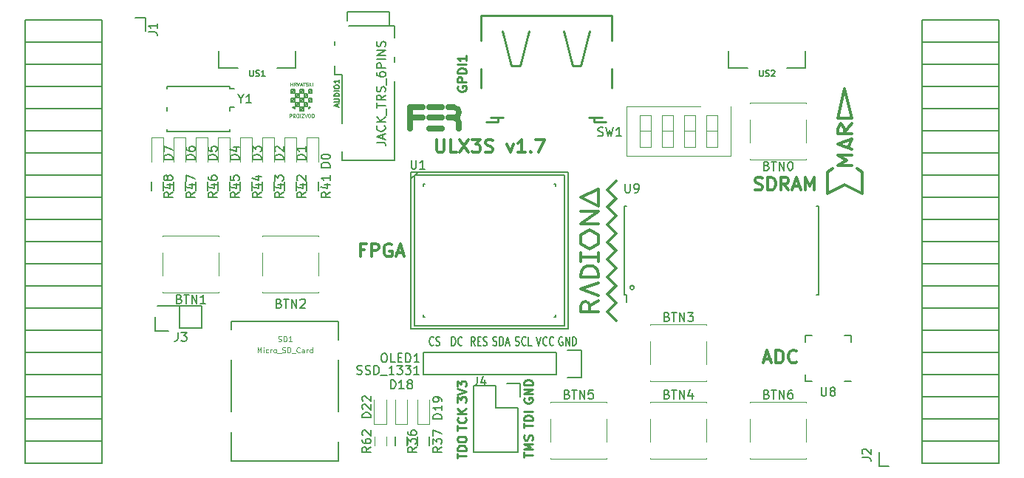
<source format=gto>
G04 #@! TF.FileFunction,Legend,Top*
%FSLAX46Y46*%
G04 Gerber Fmt 4.6, Leading zero omitted, Abs format (unit mm)*
G04 Created by KiCad (PCBNEW 4.0.7+dfsg1-1) date Sun Nov 12 13:43:44 2017*
%MOMM*%
%LPD*%
G01*
G04 APERTURE LIST*
%ADD10C,0.100000*%
%ADD11C,0.300000*%
%ADD12C,0.250000*%
%ADD13C,0.150000*%
%ADD14C,0.254000*%
%ADD15C,0.120000*%
%ADD16C,0.700000*%
%ADD17C,0.200000*%
%ADD18C,0.152400*%
%ADD19C,0.124460*%
%ADD20C,0.075000*%
G04 APERTURE END LIST*
D10*
D11*
X132442858Y-75076571D02*
X132442858Y-76290857D01*
X132514286Y-76433714D01*
X132585715Y-76505143D01*
X132728572Y-76576571D01*
X133014286Y-76576571D01*
X133157144Y-76505143D01*
X133228572Y-76433714D01*
X133300001Y-76290857D01*
X133300001Y-75076571D01*
X134728573Y-76576571D02*
X134014287Y-76576571D01*
X134014287Y-75076571D01*
X135085716Y-75076571D02*
X136085716Y-76576571D01*
X136085716Y-75076571D02*
X135085716Y-76576571D01*
X136514287Y-75076571D02*
X137442858Y-75076571D01*
X136942858Y-75648000D01*
X137157144Y-75648000D01*
X137300001Y-75719429D01*
X137371430Y-75790857D01*
X137442858Y-75933714D01*
X137442858Y-76290857D01*
X137371430Y-76433714D01*
X137300001Y-76505143D01*
X137157144Y-76576571D01*
X136728572Y-76576571D01*
X136585715Y-76505143D01*
X136514287Y-76433714D01*
X138014286Y-76505143D02*
X138228572Y-76576571D01*
X138585715Y-76576571D01*
X138728572Y-76505143D01*
X138800001Y-76433714D01*
X138871429Y-76290857D01*
X138871429Y-76148000D01*
X138800001Y-76005143D01*
X138728572Y-75933714D01*
X138585715Y-75862286D01*
X138300001Y-75790857D01*
X138157143Y-75719429D01*
X138085715Y-75648000D01*
X138014286Y-75505143D01*
X138014286Y-75362286D01*
X138085715Y-75219429D01*
X138157143Y-75148000D01*
X138300001Y-75076571D01*
X138657143Y-75076571D01*
X138871429Y-75148000D01*
X140514286Y-75576571D02*
X140871429Y-76576571D01*
X141228571Y-75576571D01*
X142585714Y-76576571D02*
X141728571Y-76576571D01*
X142157143Y-76576571D02*
X142157143Y-75076571D01*
X142014286Y-75290857D01*
X141871428Y-75433714D01*
X141728571Y-75505143D01*
X143228571Y-76433714D02*
X143299999Y-76505143D01*
X143228571Y-76576571D01*
X143157142Y-76505143D01*
X143228571Y-76433714D01*
X143228571Y-76576571D01*
X143800000Y-75076571D02*
X144800000Y-75076571D01*
X144157143Y-76576571D01*
X124175429Y-87728857D02*
X123675429Y-87728857D01*
X123675429Y-88514571D02*
X123675429Y-87014571D01*
X124389715Y-87014571D01*
X124961143Y-88514571D02*
X124961143Y-87014571D01*
X125532571Y-87014571D01*
X125675429Y-87086000D01*
X125746857Y-87157429D01*
X125818286Y-87300286D01*
X125818286Y-87514571D01*
X125746857Y-87657429D01*
X125675429Y-87728857D01*
X125532571Y-87800286D01*
X124961143Y-87800286D01*
X127246857Y-87086000D02*
X127104000Y-87014571D01*
X126889714Y-87014571D01*
X126675429Y-87086000D01*
X126532571Y-87228857D01*
X126461143Y-87371714D01*
X126389714Y-87657429D01*
X126389714Y-87871714D01*
X126461143Y-88157429D01*
X126532571Y-88300286D01*
X126675429Y-88443143D01*
X126889714Y-88514571D01*
X127032571Y-88514571D01*
X127246857Y-88443143D01*
X127318286Y-88371714D01*
X127318286Y-87871714D01*
X127032571Y-87871714D01*
X127889714Y-88086000D02*
X128604000Y-88086000D01*
X127746857Y-88514571D02*
X128246857Y-87014571D01*
X128746857Y-88514571D01*
X168903429Y-80823143D02*
X169117715Y-80894571D01*
X169474858Y-80894571D01*
X169617715Y-80823143D01*
X169689144Y-80751714D01*
X169760572Y-80608857D01*
X169760572Y-80466000D01*
X169689144Y-80323143D01*
X169617715Y-80251714D01*
X169474858Y-80180286D01*
X169189144Y-80108857D01*
X169046286Y-80037429D01*
X168974858Y-79966000D01*
X168903429Y-79823143D01*
X168903429Y-79680286D01*
X168974858Y-79537429D01*
X169046286Y-79466000D01*
X169189144Y-79394571D01*
X169546286Y-79394571D01*
X169760572Y-79466000D01*
X170403429Y-80894571D02*
X170403429Y-79394571D01*
X170760572Y-79394571D01*
X170974857Y-79466000D01*
X171117715Y-79608857D01*
X171189143Y-79751714D01*
X171260572Y-80037429D01*
X171260572Y-80251714D01*
X171189143Y-80537429D01*
X171117715Y-80680286D01*
X170974857Y-80823143D01*
X170760572Y-80894571D01*
X170403429Y-80894571D01*
X172760572Y-80894571D02*
X172260572Y-80180286D01*
X171903429Y-80894571D02*
X171903429Y-79394571D01*
X172474857Y-79394571D01*
X172617715Y-79466000D01*
X172689143Y-79537429D01*
X172760572Y-79680286D01*
X172760572Y-79894571D01*
X172689143Y-80037429D01*
X172617715Y-80108857D01*
X172474857Y-80180286D01*
X171903429Y-80180286D01*
X173332000Y-80466000D02*
X174046286Y-80466000D01*
X173189143Y-80894571D02*
X173689143Y-79394571D01*
X174189143Y-80894571D01*
X174689143Y-80894571D02*
X174689143Y-79394571D01*
X175189143Y-80466000D01*
X175689143Y-79394571D01*
X175689143Y-80894571D01*
X169966857Y-100278000D02*
X170681143Y-100278000D01*
X169824000Y-100706571D02*
X170324000Y-99206571D01*
X170824000Y-100706571D01*
X171324000Y-100706571D02*
X171324000Y-99206571D01*
X171681143Y-99206571D01*
X171895428Y-99278000D01*
X172038286Y-99420857D01*
X172109714Y-99563714D01*
X172181143Y-99849429D01*
X172181143Y-100063714D01*
X172109714Y-100349429D01*
X172038286Y-100492286D01*
X171895428Y-100635143D01*
X171681143Y-100706571D01*
X171324000Y-100706571D01*
X173681143Y-100563714D02*
X173609714Y-100635143D01*
X173395428Y-100706571D01*
X173252571Y-100706571D01*
X173038286Y-100635143D01*
X172895428Y-100492286D01*
X172824000Y-100349429D01*
X172752571Y-100063714D01*
X172752571Y-99849429D01*
X172824000Y-99563714D01*
X172895428Y-99420857D01*
X173038286Y-99278000D01*
X173252571Y-99206571D01*
X173395428Y-99206571D01*
X173609714Y-99278000D01*
X173681143Y-99349429D01*
D12*
X142447381Y-111521333D02*
X142447381Y-110949904D01*
X143447381Y-111235619D02*
X142447381Y-111235619D01*
X143447381Y-110616571D02*
X142447381Y-110616571D01*
X143161667Y-110283237D01*
X142447381Y-109949904D01*
X143447381Y-109949904D01*
X143399762Y-109521333D02*
X143447381Y-109378476D01*
X143447381Y-109140380D01*
X143399762Y-109045142D01*
X143352143Y-108997523D01*
X143256905Y-108949904D01*
X143161667Y-108949904D01*
X143066429Y-108997523D01*
X143018810Y-109045142D01*
X142971190Y-109140380D01*
X142923571Y-109330857D01*
X142875952Y-109426095D01*
X142828333Y-109473714D01*
X142733095Y-109521333D01*
X142637857Y-109521333D01*
X142542619Y-109473714D01*
X142495000Y-109426095D01*
X142447381Y-109330857D01*
X142447381Y-109092761D01*
X142495000Y-108949904D01*
X142447381Y-108163809D02*
X142447381Y-107592380D01*
X143447381Y-107878095D02*
X142447381Y-107878095D01*
X143447381Y-107259047D02*
X142447381Y-107259047D01*
X142447381Y-107020952D01*
X142495000Y-106878094D01*
X142590238Y-106782856D01*
X142685476Y-106735237D01*
X142875952Y-106687618D01*
X143018810Y-106687618D01*
X143209286Y-106735237D01*
X143304524Y-106782856D01*
X143399762Y-106878094D01*
X143447381Y-107020952D01*
X143447381Y-107259047D01*
X143447381Y-106259047D02*
X142447381Y-106259047D01*
X142495000Y-104726904D02*
X142447381Y-104822142D01*
X142447381Y-104964999D01*
X142495000Y-105107857D01*
X142590238Y-105203095D01*
X142685476Y-105250714D01*
X142875952Y-105298333D01*
X143018810Y-105298333D01*
X143209286Y-105250714D01*
X143304524Y-105203095D01*
X143399762Y-105107857D01*
X143447381Y-104964999D01*
X143447381Y-104869761D01*
X143399762Y-104726904D01*
X143352143Y-104679285D01*
X143018810Y-104679285D01*
X143018810Y-104869761D01*
X143447381Y-104250714D02*
X142447381Y-104250714D01*
X143447381Y-103679285D01*
X142447381Y-103679285D01*
X143447381Y-103203095D02*
X142447381Y-103203095D01*
X142447381Y-102965000D01*
X142495000Y-102822142D01*
X142590238Y-102726904D01*
X142685476Y-102679285D01*
X142875952Y-102631666D01*
X143018810Y-102631666D01*
X143209286Y-102679285D01*
X143304524Y-102726904D01*
X143399762Y-102822142D01*
X143447381Y-102965000D01*
X143447381Y-103203095D01*
X134827381Y-111624524D02*
X134827381Y-111053095D01*
X135827381Y-111338810D02*
X134827381Y-111338810D01*
X135827381Y-110719762D02*
X134827381Y-110719762D01*
X134827381Y-110481667D01*
X134875000Y-110338809D01*
X134970238Y-110243571D01*
X135065476Y-110195952D01*
X135255952Y-110148333D01*
X135398810Y-110148333D01*
X135589286Y-110195952D01*
X135684524Y-110243571D01*
X135779762Y-110338809D01*
X135827381Y-110481667D01*
X135827381Y-110719762D01*
X134827381Y-109529286D02*
X134827381Y-109338809D01*
X134875000Y-109243571D01*
X134970238Y-109148333D01*
X135160714Y-109100714D01*
X135494048Y-109100714D01*
X135684524Y-109148333D01*
X135779762Y-109243571D01*
X135827381Y-109338809D01*
X135827381Y-109529286D01*
X135779762Y-109624524D01*
X135684524Y-109719762D01*
X135494048Y-109767381D01*
X135160714Y-109767381D01*
X134970238Y-109719762D01*
X134875000Y-109624524D01*
X134827381Y-109529286D01*
X134827381Y-108425714D02*
X134827381Y-107854285D01*
X135827381Y-108140000D02*
X134827381Y-108140000D01*
X135732143Y-106949523D02*
X135779762Y-106997142D01*
X135827381Y-107139999D01*
X135827381Y-107235237D01*
X135779762Y-107378095D01*
X135684524Y-107473333D01*
X135589286Y-107520952D01*
X135398810Y-107568571D01*
X135255952Y-107568571D01*
X135065476Y-107520952D01*
X134970238Y-107473333D01*
X134875000Y-107378095D01*
X134827381Y-107235237D01*
X134827381Y-107139999D01*
X134875000Y-106997142D01*
X134922619Y-106949523D01*
X135827381Y-106520952D02*
X134827381Y-106520952D01*
X135827381Y-105949523D02*
X135255952Y-106378095D01*
X134827381Y-105949523D02*
X135398810Y-106520952D01*
X134827381Y-105203095D02*
X134827381Y-104584047D01*
X135208333Y-104917381D01*
X135208333Y-104774523D01*
X135255952Y-104679285D01*
X135303571Y-104631666D01*
X135398810Y-104584047D01*
X135636905Y-104584047D01*
X135732143Y-104631666D01*
X135779762Y-104679285D01*
X135827381Y-104774523D01*
X135827381Y-105060238D01*
X135779762Y-105155476D01*
X135732143Y-105203095D01*
X134827381Y-104298333D02*
X135827381Y-103965000D01*
X134827381Y-103631666D01*
X134827381Y-103393571D02*
X134827381Y-102774523D01*
X135208333Y-103107857D01*
X135208333Y-102964999D01*
X135255952Y-102869761D01*
X135303571Y-102822142D01*
X135398810Y-102774523D01*
X135636905Y-102774523D01*
X135732143Y-102822142D01*
X135779762Y-102869761D01*
X135827381Y-102964999D01*
X135827381Y-103250714D01*
X135779762Y-103345952D01*
X135732143Y-103393571D01*
D13*
X176180000Y-92880000D02*
X175980000Y-92880000D01*
X176180000Y-82720000D02*
X175980000Y-82720000D01*
X155080000Y-92050000D02*
G75*
G03X155080000Y-92050000I-250000J0D01*
G01*
X154180000Y-92880000D02*
X154180000Y-93700000D01*
X153980000Y-92880000D02*
X154180000Y-92880000D01*
X153980000Y-82720000D02*
X154180000Y-82720000D01*
X176190000Y-82720000D02*
X176190000Y-92880000D01*
X153970000Y-92880000D02*
X153970000Y-82720000D01*
X85270000Y-112220000D02*
X94100000Y-112220000D01*
X85270000Y-109680000D02*
X85270000Y-112220000D01*
X94100000Y-109680000D02*
X94100000Y-112220000D01*
X94100000Y-112220000D02*
X85270000Y-112220000D01*
X94100000Y-109680000D02*
X85270000Y-109680000D01*
X94100000Y-107140000D02*
X94100000Y-109680000D01*
X85270000Y-107140000D02*
X85270000Y-109680000D01*
X85270000Y-109680000D02*
X94100000Y-109680000D01*
X85270000Y-91900000D02*
X94100000Y-91900000D01*
X85270000Y-89360000D02*
X85270000Y-91900000D01*
X94100000Y-89360000D02*
X94100000Y-91900000D01*
X94100000Y-91900000D02*
X85270000Y-91900000D01*
X94100000Y-94440000D02*
X85270000Y-94440000D01*
X94100000Y-91900000D02*
X94100000Y-94440000D01*
X85270000Y-91900000D02*
X85270000Y-94440000D01*
X85270000Y-94440000D02*
X94100000Y-94440000D01*
X85270000Y-107140000D02*
X94100000Y-107140000D01*
X85270000Y-104600000D02*
X85270000Y-107140000D01*
X94100000Y-104600000D02*
X94100000Y-107140000D01*
X94100000Y-107140000D02*
X85270000Y-107140000D01*
X94100000Y-104600000D02*
X85270000Y-104600000D01*
X94100000Y-102060000D02*
X94100000Y-104600000D01*
X85270000Y-102060000D02*
X85270000Y-104600000D01*
X85270000Y-104600000D02*
X94100000Y-104600000D01*
X85270000Y-102060000D02*
X94100000Y-102060000D01*
X85270000Y-99520000D02*
X85270000Y-102060000D01*
X94100000Y-99520000D02*
X94100000Y-102060000D01*
X94100000Y-102060000D02*
X85270000Y-102060000D01*
X94100000Y-99520000D02*
X85270000Y-99520000D01*
X94100000Y-96980000D02*
X94100000Y-99520000D01*
X85270000Y-96980000D02*
X85270000Y-99520000D01*
X85270000Y-99520000D02*
X94100000Y-99520000D01*
X85270000Y-96980000D02*
X94100000Y-96980000D01*
X85270000Y-94440000D02*
X85270000Y-96980000D01*
X94100000Y-94440000D02*
X94100000Y-96980000D01*
X94100000Y-96980000D02*
X85270000Y-96980000D01*
X94100000Y-79200000D02*
X85270000Y-79200000D01*
X94100000Y-76660000D02*
X94100000Y-79200000D01*
X85270000Y-76660000D02*
X85270000Y-79200000D01*
X85270000Y-79200000D02*
X94100000Y-79200000D01*
X85270000Y-81740000D02*
X94100000Y-81740000D01*
X85270000Y-79200000D02*
X85270000Y-81740000D01*
X94100000Y-79200000D02*
X94100000Y-81740000D01*
X94100000Y-81740000D02*
X85270000Y-81740000D01*
X94100000Y-84280000D02*
X85270000Y-84280000D01*
X94100000Y-81740000D02*
X94100000Y-84280000D01*
X85270000Y-81740000D02*
X85270000Y-84280000D01*
X85270000Y-84280000D02*
X94100000Y-84280000D01*
X85270000Y-86820000D02*
X94100000Y-86820000D01*
X85270000Y-84280000D02*
X85270000Y-86820000D01*
X94100000Y-84280000D02*
X94100000Y-86820000D01*
X94100000Y-86820000D02*
X85270000Y-86820000D01*
X94100000Y-89360000D02*
X85270000Y-89360000D01*
X94100000Y-86820000D02*
X94100000Y-89360000D01*
X85270000Y-86820000D02*
X85270000Y-89360000D01*
X85270000Y-89360000D02*
X94100000Y-89360000D01*
X85270000Y-76660000D02*
X94100000Y-76660000D01*
X85270000Y-74120000D02*
X85270000Y-76660000D01*
X94100000Y-74120000D02*
X94100000Y-76660000D01*
X94100000Y-76660000D02*
X85270000Y-76660000D01*
X94100000Y-74120000D02*
X85270000Y-74120000D01*
X94100000Y-71580000D02*
X94100000Y-74120000D01*
X85270000Y-71580000D02*
X85270000Y-74120000D01*
X85270000Y-74120000D02*
X94100000Y-74120000D01*
X85270000Y-71580000D02*
X94100000Y-71580000D01*
X85270000Y-69040000D02*
X85270000Y-71580000D01*
X94100000Y-69040000D02*
X94100000Y-71580000D01*
X94100000Y-71580000D02*
X85270000Y-71580000D01*
X94100000Y-69040000D02*
X85270000Y-69040000D01*
X94100000Y-66500000D02*
X94100000Y-69040000D01*
X85270000Y-66500000D02*
X85270000Y-69040000D01*
X85270000Y-69040000D02*
X94100000Y-69040000D01*
X85270000Y-66500000D02*
X94100000Y-66500000D01*
X85270000Y-63960000D02*
X85270000Y-66500000D01*
X94100000Y-63960000D02*
X94100000Y-66500000D01*
X94100000Y-66500000D02*
X85270000Y-66500000D01*
X94100000Y-63960000D02*
X85270000Y-63960000D01*
X94100000Y-61420000D02*
X94100000Y-63960000D01*
X99060000Y-62690000D02*
X99060000Y-61140000D01*
X99060000Y-61140000D02*
X97910000Y-61140000D01*
X94100000Y-61420000D02*
X85270000Y-61420000D01*
X85270000Y-61420000D02*
X85270000Y-63960000D01*
X85270000Y-63960000D02*
X94100000Y-63960000D01*
X196910000Y-61420000D02*
X188080000Y-61420000D01*
X196910000Y-63960000D02*
X196910000Y-61420000D01*
X188080000Y-63960000D02*
X188080000Y-61420000D01*
X188080000Y-61420000D02*
X196910000Y-61420000D01*
X188080000Y-63960000D02*
X196910000Y-63960000D01*
X188080000Y-66500000D02*
X188080000Y-63960000D01*
X196910000Y-66500000D02*
X196910000Y-63960000D01*
X196910000Y-63960000D02*
X188080000Y-63960000D01*
X196910000Y-81740000D02*
X188080000Y-81740000D01*
X196910000Y-84280000D02*
X196910000Y-81740000D01*
X188080000Y-84280000D02*
X188080000Y-81740000D01*
X188080000Y-81740000D02*
X196910000Y-81740000D01*
X188080000Y-79200000D02*
X196910000Y-79200000D01*
X188080000Y-81740000D02*
X188080000Y-79200000D01*
X196910000Y-81740000D02*
X196910000Y-79200000D01*
X196910000Y-79200000D02*
X188080000Y-79200000D01*
X196910000Y-66500000D02*
X188080000Y-66500000D01*
X196910000Y-69040000D02*
X196910000Y-66500000D01*
X188080000Y-69040000D02*
X188080000Y-66500000D01*
X188080000Y-66500000D02*
X196910000Y-66500000D01*
X188080000Y-69040000D02*
X196910000Y-69040000D01*
X188080000Y-71580000D02*
X188080000Y-69040000D01*
X196910000Y-71580000D02*
X196910000Y-69040000D01*
X196910000Y-69040000D02*
X188080000Y-69040000D01*
X196910000Y-71580000D02*
X188080000Y-71580000D01*
X196910000Y-74120000D02*
X196910000Y-71580000D01*
X188080000Y-74120000D02*
X188080000Y-71580000D01*
X188080000Y-71580000D02*
X196910000Y-71580000D01*
X188080000Y-74120000D02*
X196910000Y-74120000D01*
X188080000Y-76660000D02*
X188080000Y-74120000D01*
X196910000Y-76660000D02*
X196910000Y-74120000D01*
X196910000Y-74120000D02*
X188080000Y-74120000D01*
X196910000Y-76660000D02*
X188080000Y-76660000D01*
X196910000Y-79200000D02*
X196910000Y-76660000D01*
X188080000Y-79200000D02*
X188080000Y-76660000D01*
X188080000Y-76660000D02*
X196910000Y-76660000D01*
X188080000Y-94440000D02*
X196910000Y-94440000D01*
X188080000Y-96980000D02*
X188080000Y-94440000D01*
X196910000Y-96980000D02*
X196910000Y-94440000D01*
X196910000Y-94440000D02*
X188080000Y-94440000D01*
X196910000Y-91900000D02*
X188080000Y-91900000D01*
X196910000Y-94440000D02*
X196910000Y-91900000D01*
X188080000Y-94440000D02*
X188080000Y-91900000D01*
X188080000Y-91900000D02*
X196910000Y-91900000D01*
X188080000Y-89360000D02*
X196910000Y-89360000D01*
X188080000Y-91900000D02*
X188080000Y-89360000D01*
X196910000Y-91900000D02*
X196910000Y-89360000D01*
X196910000Y-89360000D02*
X188080000Y-89360000D01*
X196910000Y-86820000D02*
X188080000Y-86820000D01*
X196910000Y-89360000D02*
X196910000Y-86820000D01*
X188080000Y-89360000D02*
X188080000Y-86820000D01*
X188080000Y-86820000D02*
X196910000Y-86820000D01*
X188080000Y-84280000D02*
X196910000Y-84280000D01*
X188080000Y-86820000D02*
X188080000Y-84280000D01*
X196910000Y-86820000D02*
X196910000Y-84280000D01*
X196910000Y-84280000D02*
X188080000Y-84280000D01*
X196910000Y-96980000D02*
X188080000Y-96980000D01*
X196910000Y-99520000D02*
X196910000Y-96980000D01*
X188080000Y-99520000D02*
X188080000Y-96980000D01*
X188080000Y-96980000D02*
X196910000Y-96980000D01*
X188080000Y-99520000D02*
X196910000Y-99520000D01*
X188080000Y-102060000D02*
X188080000Y-99520000D01*
X196910000Y-102060000D02*
X196910000Y-99520000D01*
X196910000Y-99520000D02*
X188080000Y-99520000D01*
X196910000Y-102060000D02*
X188080000Y-102060000D01*
X196910000Y-104600000D02*
X196910000Y-102060000D01*
X188080000Y-104600000D02*
X188080000Y-102060000D01*
X188080000Y-102060000D02*
X196910000Y-102060000D01*
X188080000Y-104600000D02*
X196910000Y-104600000D01*
X188080000Y-107140000D02*
X188080000Y-104600000D01*
X196910000Y-107140000D02*
X196910000Y-104600000D01*
X196910000Y-104600000D02*
X188080000Y-104600000D01*
X196910000Y-107140000D02*
X188080000Y-107140000D01*
X196910000Y-109680000D02*
X196910000Y-107140000D01*
X188080000Y-109680000D02*
X188080000Y-107140000D01*
X188080000Y-107140000D02*
X196910000Y-107140000D01*
X188080000Y-109680000D02*
X196910000Y-109680000D01*
X188080000Y-112220000D02*
X188080000Y-109680000D01*
X183120000Y-110950000D02*
X183120000Y-112500000D01*
X183120000Y-112500000D02*
X184270000Y-112500000D01*
X188080000Y-112220000D02*
X196910000Y-112220000D01*
X196910000Y-112220000D02*
X196910000Y-109680000D01*
X196910000Y-109680000D02*
X188080000Y-109680000D01*
X108724000Y-69280000D02*
X109274000Y-69280000D01*
X101524000Y-68980000D02*
X101524000Y-69280000D01*
X101524000Y-74180000D02*
X101524000Y-73880000D01*
X108724000Y-74180000D02*
X108724000Y-73880000D01*
X108724000Y-68980000D02*
X108724000Y-69280000D01*
X108724000Y-68980000D02*
X101524000Y-68980000D01*
X108724000Y-71380000D02*
X109274000Y-71380000D01*
X108724000Y-74180000D02*
X101524000Y-74180000D01*
X101524000Y-71380000D02*
X101524000Y-71780000D01*
X108724000Y-71380000D02*
X108724000Y-71780000D01*
X100170000Y-95456000D02*
X100170000Y-97006000D01*
X102990000Y-94186000D02*
X100450000Y-94186000D01*
X100170000Y-97006000D02*
X101720000Y-97006000D01*
X105530000Y-94186000D02*
X102990000Y-94186000D01*
X102990000Y-94186000D02*
X102990000Y-96726000D01*
X102990000Y-96726000D02*
X105530000Y-96726000D01*
X105530000Y-96726000D02*
X105530000Y-94186000D01*
X127715000Y-110180000D02*
X127715000Y-109180000D01*
X129065000Y-109180000D02*
X129065000Y-110180000D01*
X131605000Y-109180000D02*
X131605000Y-110180000D01*
X130255000Y-110180000D02*
X130255000Y-109180000D01*
X116280000Y-64925000D02*
X116280000Y-66925000D01*
X116280000Y-66925000D02*
X114130000Y-66925000D01*
X109630000Y-66925000D02*
X107480000Y-66925000D01*
X107480000Y-66925000D02*
X107480000Y-64975000D01*
X174700000Y-64925000D02*
X174700000Y-66925000D01*
X174700000Y-66925000D02*
X172550000Y-66925000D01*
X168050000Y-66925000D02*
X165900000Y-66925000D01*
X165900000Y-66925000D02*
X165900000Y-64975000D01*
X141725000Y-110950000D02*
X141725000Y-105870000D01*
X142005000Y-103050000D02*
X142005000Y-104600000D01*
X139185000Y-103330000D02*
X139185000Y-105870000D01*
X139185000Y-105870000D02*
X141725000Y-105870000D01*
X141725000Y-110950000D02*
X136645000Y-110950000D01*
X136645000Y-110950000D02*
X136645000Y-105870000D01*
X142005000Y-103050000D02*
X140455000Y-103050000D01*
X136645000Y-103330000D02*
X139185000Y-103330000D01*
X136645000Y-105870000D02*
X136645000Y-103330000D01*
X118905000Y-79970000D02*
X118905000Y-80970000D01*
X117555000Y-80970000D02*
X117555000Y-79970000D01*
X116365000Y-79970000D02*
X116365000Y-80970000D01*
X115015000Y-80970000D02*
X115015000Y-79970000D01*
X113825000Y-79970000D02*
X113825000Y-80970000D01*
X112475000Y-80970000D02*
X112475000Y-79970000D01*
X111285000Y-79970000D02*
X111285000Y-80970000D01*
X109935000Y-80970000D02*
X109935000Y-79970000D01*
X108745000Y-79970000D02*
X108745000Y-80970000D01*
X107395000Y-80970000D02*
X107395000Y-79970000D01*
X106205000Y-79970000D02*
X106205000Y-80970000D01*
X104855000Y-80970000D02*
X104855000Y-79970000D01*
X103665000Y-79970000D02*
X103665000Y-80970000D01*
X102315000Y-80970000D02*
X102315000Y-79970000D01*
X101125000Y-79970000D02*
X101125000Y-80970000D01*
X99775000Y-80970000D02*
X99775000Y-79970000D01*
X174660000Y-102780000D02*
X174660000Y-102030000D01*
X179910000Y-97530000D02*
X179910000Y-98280000D01*
X174660000Y-97530000D02*
X174660000Y-98280000D01*
X179910000Y-102780000D02*
X179160000Y-102780000D01*
X179910000Y-97530000D02*
X179160000Y-97530000D01*
X174660000Y-97530000D02*
X175410000Y-97530000D01*
X174660000Y-102780000D02*
X175410000Y-102780000D01*
X146170000Y-99520000D02*
X130930000Y-99520000D01*
X130930000Y-99520000D02*
X130930000Y-102060000D01*
X130930000Y-102060000D02*
X146170000Y-102060000D01*
X148990000Y-99240000D02*
X147440000Y-99240000D01*
X146170000Y-99520000D02*
X146170000Y-102060000D01*
X147440000Y-102340000D02*
X148990000Y-102340000D01*
X148990000Y-102340000D02*
X148990000Y-99240000D01*
X122180000Y-60440000D02*
X122180000Y-61440000D01*
X126980000Y-60440000D02*
X122180000Y-60440000D01*
X126980000Y-62040000D02*
X126980000Y-60440000D01*
X127580000Y-62040000D02*
X122380000Y-62040000D01*
X120780000Y-64240000D02*
X120780000Y-63840000D01*
X120780000Y-67640000D02*
X120780000Y-66640000D01*
X121580000Y-67640000D02*
X120780000Y-67640000D01*
X121580000Y-73240000D02*
X121580000Y-67640000D01*
X121580000Y-77440000D02*
X121580000Y-76440000D01*
X127580000Y-77440000D02*
X121580000Y-77440000D01*
X127580000Y-68440000D02*
X127580000Y-77440000D01*
X127580000Y-65640000D02*
X127580000Y-66240000D01*
X127580000Y-62040000D02*
X127580000Y-63440000D01*
D14*
X151378260Y-72548160D02*
X150479100Y-72548160D01*
X150479100Y-72548160D02*
X149879660Y-72548160D01*
X140080340Y-72548160D02*
X139480900Y-72548160D01*
X139480900Y-72548160D02*
X138581740Y-72548160D01*
X137481920Y-69149640D02*
X137481920Y-66998260D01*
X137481920Y-63800400D02*
X137481920Y-60892100D01*
X137481920Y-60892100D02*
X152478080Y-60892100D01*
X152478080Y-60892100D02*
X152478080Y-63800400D01*
X152478080Y-66998260D02*
X152478080Y-69149640D01*
X138106760Y-73048540D02*
X139480900Y-73048540D01*
X139480900Y-73048540D02*
X139480900Y-72548160D01*
X150479100Y-72548160D02*
X150479100Y-73048540D01*
X150479100Y-73048540D02*
X151865940Y-73048540D01*
X142981020Y-62632000D02*
X141980260Y-66632500D01*
X141980260Y-66632500D02*
X140982040Y-66632500D01*
X140982040Y-66632500D02*
X139981280Y-62632000D01*
X146978980Y-62632000D02*
X147979740Y-66632500D01*
X147979740Y-66632500D02*
X148977960Y-66632500D01*
X148977960Y-66632500D02*
X149978720Y-62632000D01*
D15*
X168340000Y-77350000D02*
X168340000Y-77320000D01*
X168340000Y-70890000D02*
X168340000Y-70920000D01*
X174800000Y-70890000D02*
X174800000Y-70920000D01*
X174800000Y-77320000D02*
X174800000Y-77350000D01*
X168340000Y-75420000D02*
X168340000Y-72820000D01*
X174800000Y-77350000D02*
X168340000Y-77350000D01*
X174800000Y-75420000D02*
X174800000Y-72820000D01*
X174800000Y-70890000D02*
X168340000Y-70890000D01*
X107490000Y-86130000D02*
X107490000Y-86160000D01*
X107490000Y-92590000D02*
X107490000Y-92560000D01*
X101030000Y-92590000D02*
X101030000Y-92560000D01*
X101030000Y-86160000D02*
X101030000Y-86130000D01*
X107490000Y-88060000D02*
X107490000Y-90660000D01*
X101030000Y-86130000D02*
X107490000Y-86130000D01*
X101030000Y-88060000D02*
X101030000Y-90660000D01*
X101030000Y-92590000D02*
X107490000Y-92590000D01*
X118920000Y-86130000D02*
X118920000Y-86160000D01*
X118920000Y-92590000D02*
X118920000Y-92560000D01*
X112460000Y-92590000D02*
X112460000Y-92560000D01*
X112460000Y-86160000D02*
X112460000Y-86130000D01*
X118920000Y-88060000D02*
X118920000Y-90660000D01*
X112460000Y-86130000D02*
X118920000Y-86130000D01*
X112460000Y-88060000D02*
X112460000Y-90660000D01*
X112460000Y-92590000D02*
X118920000Y-92590000D01*
X163370000Y-96290000D02*
X163370000Y-96320000D01*
X163370000Y-102750000D02*
X163370000Y-102720000D01*
X156910000Y-102750000D02*
X156910000Y-102720000D01*
X156910000Y-96320000D02*
X156910000Y-96290000D01*
X163370000Y-98220000D02*
X163370000Y-100820000D01*
X156910000Y-96290000D02*
X163370000Y-96290000D01*
X156910000Y-98220000D02*
X156910000Y-100820000D01*
X156910000Y-102750000D02*
X163370000Y-102750000D01*
X156910000Y-111640000D02*
X156910000Y-111610000D01*
X156910000Y-105180000D02*
X156910000Y-105210000D01*
X163370000Y-105180000D02*
X163370000Y-105210000D01*
X163370000Y-111610000D02*
X163370000Y-111640000D01*
X156910000Y-109710000D02*
X156910000Y-107110000D01*
X163370000Y-111640000D02*
X156910000Y-111640000D01*
X163370000Y-109710000D02*
X163370000Y-107110000D01*
X163370000Y-105180000D02*
X156910000Y-105180000D01*
X145480000Y-111640000D02*
X145480000Y-111610000D01*
X145480000Y-105180000D02*
X145480000Y-105210000D01*
X151940000Y-105180000D02*
X151940000Y-105210000D01*
X151940000Y-111610000D02*
X151940000Y-111640000D01*
X145480000Y-109710000D02*
X145480000Y-107110000D01*
X151940000Y-111640000D02*
X145480000Y-111640000D01*
X151940000Y-109710000D02*
X151940000Y-107110000D01*
X151940000Y-105180000D02*
X145480000Y-105180000D01*
X168340000Y-111640000D02*
X168340000Y-111610000D01*
X168340000Y-105180000D02*
X168340000Y-105210000D01*
X174800000Y-105180000D02*
X174800000Y-105210000D01*
X174800000Y-111610000D02*
X174800000Y-111640000D01*
X168340000Y-109710000D02*
X168340000Y-107110000D01*
X174800000Y-111640000D02*
X168340000Y-111640000D01*
X174800000Y-109710000D02*
X174800000Y-107110000D01*
X174800000Y-105180000D02*
X168340000Y-105180000D01*
X166120000Y-71275000D02*
X166120000Y-76965000D01*
X166120000Y-76965000D02*
X154160000Y-76965000D01*
X154160000Y-76965000D02*
X154160000Y-71275000D01*
X154160000Y-71275000D02*
X162680000Y-71275000D01*
X164585000Y-72310000D02*
X163315000Y-72310000D01*
X163315000Y-72310000D02*
X163315000Y-75930000D01*
X163315000Y-75930000D02*
X164585000Y-75930000D01*
X164585000Y-75930000D02*
X164585000Y-72310000D01*
X164585000Y-74120000D02*
X163315000Y-74120000D01*
X162045000Y-72310000D02*
X160775000Y-72310000D01*
X160775000Y-72310000D02*
X160775000Y-75930000D01*
X160775000Y-75930000D02*
X162045000Y-75930000D01*
X162045000Y-75930000D02*
X162045000Y-72310000D01*
X162045000Y-74120000D02*
X160775000Y-74120000D01*
X159505000Y-72310000D02*
X158235000Y-72310000D01*
X158235000Y-72310000D02*
X158235000Y-75930000D01*
X158235000Y-75930000D02*
X159505000Y-75930000D01*
X159505000Y-75930000D02*
X159505000Y-72310000D01*
X159505000Y-74120000D02*
X158235000Y-74120000D01*
X156965000Y-72310000D02*
X155695000Y-72310000D01*
X155695000Y-72310000D02*
X155695000Y-75930000D01*
X155695000Y-75930000D02*
X156965000Y-75930000D01*
X156965000Y-75930000D02*
X156965000Y-72310000D01*
X156965000Y-74120000D02*
X155695000Y-74120000D01*
D13*
X130880000Y-80200000D02*
X131080000Y-80200000D01*
X130880000Y-80400000D02*
X130880000Y-80200000D01*
X146080000Y-80200000D02*
X146080000Y-80400000D01*
X145880000Y-80200000D02*
X146080000Y-80200000D01*
X146080000Y-95400000D02*
X146080000Y-95200000D01*
X145880000Y-95400000D02*
X146080000Y-95400000D01*
X130880000Y-95400000D02*
X131080000Y-95400000D01*
X130880000Y-95200000D02*
X130880000Y-95400000D01*
X130280000Y-78800000D02*
X129480000Y-79600000D01*
X129480000Y-96800000D02*
X129480000Y-78800000D01*
X147480000Y-96800000D02*
X129480000Y-96800000D01*
X147480000Y-78800000D02*
X147480000Y-96800000D01*
X129480000Y-78800000D02*
X147480000Y-78800000D01*
X129880000Y-96400000D02*
X129880000Y-79200000D01*
X147080000Y-96400000D02*
X129880000Y-96400000D01*
X147080000Y-79200000D02*
X147080000Y-96400000D01*
X129880000Y-79200000D02*
X147080000Y-79200000D01*
X121205000Y-111915000D02*
X121205000Y-109765000D01*
X108905000Y-111915000D02*
X121205000Y-111915000D01*
X108905000Y-108665000D02*
X108905000Y-111915000D01*
X108905000Y-100365000D02*
X108905000Y-106265000D01*
X121205000Y-106265000D02*
X121205000Y-100365000D01*
X108905000Y-95965000D02*
X108905000Y-96865000D01*
X121205000Y-95965000D02*
X108905000Y-95965000D01*
X121205000Y-98015000D02*
X121205000Y-95965000D01*
D11*
X149980000Y-94836000D02*
X149980000Y-94136000D01*
X148980000Y-94836000D02*
X148980000Y-94136000D01*
X151980000Y-80836000D02*
X152980000Y-79836000D01*
X152980000Y-81836000D02*
X151980000Y-80836000D01*
X151980000Y-82836000D02*
X152980000Y-81836000D01*
X152980000Y-83836000D02*
X151980000Y-82836000D01*
X151980000Y-84836000D02*
X152980000Y-83836000D01*
X152980000Y-85836000D02*
X151980000Y-84836000D01*
X151980000Y-86836000D02*
X152980000Y-85836000D01*
X152980000Y-87836000D02*
X151980000Y-86836000D01*
X151980000Y-88836000D02*
X152980000Y-87836000D01*
X152980000Y-89836000D02*
X151980000Y-88836000D01*
X151980000Y-90836000D02*
X152980000Y-89836000D01*
X152980000Y-91836000D02*
X151980000Y-90836000D01*
X151980000Y-92836000D02*
X152980000Y-91836000D01*
X152980000Y-93836000D02*
X151980000Y-92836000D01*
X151980000Y-94836000D02*
X152980000Y-93836000D01*
X152980000Y-95836000D02*
X151980000Y-94836000D01*
X150980000Y-90836000D02*
X150980000Y-90536000D01*
X148980000Y-90836000D02*
X148980000Y-90536000D01*
X148980000Y-89036000D02*
X148980000Y-88036000D01*
X150980000Y-89036000D02*
X150980000Y-88036000D01*
X150980000Y-83336000D02*
X148980000Y-83336000D01*
X148980000Y-84736000D02*
X150980000Y-83336000D01*
X149980000Y-94136000D02*
X150980000Y-93536000D01*
X149980000Y-85436000D02*
X150980000Y-86036000D01*
X148980000Y-86036000D02*
X149980000Y-85436000D01*
X149980000Y-87636000D02*
X148980000Y-87036000D01*
X150980000Y-87036000D02*
X149980000Y-87636000D01*
X148980000Y-86036000D02*
X148980000Y-87036000D01*
X150980000Y-87036000D02*
X150980000Y-86036000D01*
X150980000Y-80736000D02*
X150980000Y-82736000D01*
X148980000Y-81736000D02*
X150980000Y-80736000D01*
X150980000Y-82736000D02*
X148980000Y-81736000D01*
X150980000Y-84736000D02*
X148980000Y-84736000D01*
X148980000Y-88536000D02*
X150980000Y-88536000D01*
X150980000Y-90536000D02*
G75*
G03X148980000Y-90536000I-1000000J0D01*
G01*
X150980000Y-90836000D02*
X148980000Y-90836000D01*
X148980000Y-92236000D02*
X150980000Y-91536000D01*
X150980000Y-92936000D02*
X148980000Y-92236000D01*
X149980000Y-94136000D02*
G75*
G03X148980000Y-94136000I-500000J0D01*
G01*
X150980000Y-94836000D02*
X148980000Y-94836000D01*
X178390000Y-76844000D02*
X179990000Y-76844000D01*
X179390000Y-77444000D02*
X178390000Y-76844000D01*
X178390000Y-78044000D02*
X179390000Y-77444000D01*
X179990000Y-78044000D02*
X178390000Y-78044000D01*
X181190000Y-78844000D02*
X180590000Y-78444000D01*
X177190000Y-78844000D02*
X177790000Y-78444000D01*
X177190000Y-81244000D02*
X177190000Y-78844000D01*
X179190000Y-69244000D02*
X178390000Y-72644000D01*
X179990000Y-72644000D02*
X179190000Y-69244000D01*
X178390000Y-72644000D02*
X179990000Y-72644000D01*
X179190000Y-74244000D02*
X179990000Y-73244000D01*
X179190000Y-73844000D02*
X179190000Y-74444000D01*
X178790000Y-73244000D02*
X179190000Y-73844000D01*
X178390000Y-73844000D02*
X178790000Y-73244000D01*
X178390000Y-74444000D02*
X178390000Y-73844000D01*
X178390000Y-74444000D02*
X179990000Y-74444000D01*
X179990000Y-75044000D02*
X179590000Y-76044000D01*
X178390000Y-75644000D02*
X179990000Y-75044000D01*
X179990000Y-76244000D02*
X178390000Y-75644000D01*
X181190000Y-81244000D02*
X181190000Y-78844000D01*
X179190000Y-80244000D02*
X181190000Y-81244000D01*
X177190000Y-81244000D02*
X179190000Y-80244000D01*
D16*
X135000000Y-73196000D02*
X135000000Y-73796000D01*
X135000000Y-73196000D02*
G75*
G03X134400000Y-72596000I-600000J0D01*
G01*
X134400000Y-72596000D02*
G75*
G03X134400000Y-71396000I0J600000D01*
G01*
X133800000Y-72596000D02*
X134400000Y-72596000D01*
X133800000Y-71396000D02*
X134400000Y-71396000D01*
X129400000Y-71396000D02*
X129400000Y-73796000D01*
X131600000Y-73796000D02*
X133000000Y-73796000D01*
X131600000Y-72596000D02*
X133000000Y-72596000D01*
X131600000Y-71396000D02*
X133000000Y-71396000D01*
X129400000Y-71396000D02*
X130800000Y-71396000D01*
X129400000Y-72596000D02*
X130800000Y-72596000D01*
D17*
X115760000Y-70764000D02*
X116160000Y-70364000D01*
X115760000Y-69764000D02*
X116160000Y-69364000D01*
X116260000Y-70264000D02*
X116660000Y-69864000D01*
X116760000Y-69764000D02*
X117160000Y-69364000D01*
X117760000Y-69764000D02*
X118160000Y-69364000D01*
X117260000Y-70264000D02*
X117660000Y-69864000D01*
X116760000Y-70764000D02*
X117160000Y-70364000D01*
X116260000Y-71264000D02*
X116660000Y-70864000D01*
X117760000Y-70764000D02*
X118160000Y-70364000D01*
X117260000Y-71264000D02*
X117660000Y-70864000D01*
X116760000Y-71764000D02*
X117160000Y-71364000D01*
X117960000Y-71364000D02*
X117760000Y-71364000D01*
X117760000Y-71564000D02*
X117960000Y-71364000D01*
X117760000Y-71364000D02*
X117760000Y-71564000D01*
X117160000Y-71364000D02*
X116760000Y-71364000D01*
X117160000Y-71764000D02*
X117160000Y-71364000D01*
X116760000Y-71764000D02*
X117160000Y-71764000D01*
X116760000Y-71364000D02*
X116760000Y-71764000D01*
X116160000Y-71564000D02*
X115960000Y-71364000D01*
X116160000Y-71364000D02*
X116160000Y-71564000D01*
X115960000Y-71364000D02*
X116160000Y-71364000D01*
X117260000Y-71264000D02*
X117260000Y-70864000D01*
X117660000Y-71264000D02*
X117260000Y-71264000D01*
X117660000Y-70864000D02*
X117660000Y-71264000D01*
X117260000Y-70864000D02*
X117660000Y-70864000D01*
X116260000Y-71264000D02*
X116260000Y-70864000D01*
X116660000Y-71264000D02*
X116260000Y-71264000D01*
X116660000Y-70864000D02*
X116660000Y-71264000D01*
X116260000Y-70864000D02*
X116660000Y-70864000D01*
X118160000Y-70364000D02*
X117760000Y-70364000D01*
X118160000Y-70764000D02*
X118160000Y-70364000D01*
X117760000Y-70764000D02*
X118160000Y-70764000D01*
X117760000Y-70364000D02*
X117760000Y-70764000D01*
X117160000Y-70364000D02*
X116760000Y-70364000D01*
X117160000Y-70764000D02*
X117160000Y-70364000D01*
X116760000Y-70764000D02*
X117160000Y-70764000D01*
X116760000Y-70364000D02*
X116760000Y-70764000D01*
X115760000Y-70764000D02*
X115760000Y-70364000D01*
X116160000Y-70764000D02*
X115760000Y-70764000D01*
X116160000Y-70364000D02*
X116160000Y-70764000D01*
X115760000Y-70364000D02*
X116160000Y-70364000D01*
X117660000Y-69864000D02*
X117260000Y-69864000D01*
X117660000Y-70264000D02*
X117660000Y-69864000D01*
X117260000Y-70264000D02*
X117660000Y-70264000D01*
X117260000Y-69864000D02*
X117260000Y-70264000D01*
X116660000Y-69864000D02*
X116260000Y-69864000D01*
X116660000Y-70264000D02*
X116660000Y-69864000D01*
X116260000Y-70264000D02*
X116660000Y-70264000D01*
X116260000Y-69864000D02*
X116260000Y-70264000D01*
X118160000Y-69364000D02*
X117760000Y-69364000D01*
X118160000Y-69764000D02*
X118160000Y-69364000D01*
X117760000Y-69764000D02*
X118160000Y-69764000D01*
X117760000Y-69364000D02*
X117760000Y-69764000D01*
X116760000Y-69764000D02*
X116760000Y-69364000D01*
X117160000Y-69764000D02*
X116760000Y-69764000D01*
X117160000Y-69364000D02*
X117160000Y-69764000D01*
X116760000Y-69364000D02*
X117160000Y-69364000D01*
X115760000Y-69764000D02*
X115760000Y-69364000D01*
X116160000Y-69764000D02*
X115760000Y-69764000D01*
X116160000Y-69364000D02*
X116160000Y-69764000D01*
X115760000Y-69364000D02*
X116160000Y-69364000D01*
D15*
X125277000Y-107670000D02*
X126677000Y-107670000D01*
X126677000Y-107670000D02*
X126677000Y-104870000D01*
X125277000Y-107670000D02*
X125277000Y-104870000D01*
X125297000Y-110180000D02*
X125297000Y-109180000D01*
X126657000Y-109180000D02*
X126657000Y-110180000D01*
X127690000Y-107670000D02*
X129090000Y-107670000D01*
X129090000Y-107670000D02*
X129090000Y-104870000D01*
X127690000Y-107670000D02*
X127690000Y-104870000D01*
X118930000Y-74860000D02*
X117530000Y-74860000D01*
X117530000Y-74860000D02*
X117530000Y-77660000D01*
X118930000Y-74860000D02*
X118930000Y-77660000D01*
X116390000Y-74860000D02*
X114990000Y-74860000D01*
X114990000Y-74860000D02*
X114990000Y-77660000D01*
X116390000Y-74860000D02*
X116390000Y-77660000D01*
X113850000Y-74860000D02*
X112450000Y-74860000D01*
X112450000Y-74860000D02*
X112450000Y-77660000D01*
X113850000Y-74860000D02*
X113850000Y-77660000D01*
X111310000Y-74860000D02*
X109910000Y-74860000D01*
X109910000Y-74860000D02*
X109910000Y-77660000D01*
X111310000Y-74860000D02*
X111310000Y-77660000D01*
X108770000Y-74860000D02*
X107370000Y-74860000D01*
X107370000Y-74860000D02*
X107370000Y-77660000D01*
X108770000Y-74860000D02*
X108770000Y-77660000D01*
X106230000Y-74860000D02*
X104830000Y-74860000D01*
X104830000Y-74860000D02*
X104830000Y-77660000D01*
X106230000Y-74860000D02*
X106230000Y-77660000D01*
X103690000Y-74860000D02*
X102290000Y-74860000D01*
X102290000Y-74860000D02*
X102290000Y-77660000D01*
X103690000Y-74860000D02*
X103690000Y-77660000D01*
X101150000Y-74860000D02*
X99750000Y-74860000D01*
X99750000Y-74860000D02*
X99750000Y-77660000D01*
X101150000Y-74860000D02*
X101150000Y-77660000D01*
X130230000Y-107670000D02*
X131630000Y-107670000D01*
X131630000Y-107670000D02*
X131630000Y-104870000D01*
X130230000Y-107670000D02*
X130230000Y-104870000D01*
D13*
X154044095Y-80176381D02*
X154044095Y-80985905D01*
X154091714Y-81081143D01*
X154139333Y-81128762D01*
X154234571Y-81176381D01*
X154425048Y-81176381D01*
X154520286Y-81128762D01*
X154567905Y-81081143D01*
X154615524Y-80985905D01*
X154615524Y-80176381D01*
X155139333Y-81176381D02*
X155329809Y-81176381D01*
X155425048Y-81128762D01*
X155472667Y-81081143D01*
X155567905Y-80938286D01*
X155615524Y-80747810D01*
X155615524Y-80366857D01*
X155567905Y-80271619D01*
X155520286Y-80224000D01*
X155425048Y-80176381D01*
X155234571Y-80176381D01*
X155139333Y-80224000D01*
X155091714Y-80271619D01*
X155044095Y-80366857D01*
X155044095Y-80604952D01*
X155091714Y-80700190D01*
X155139333Y-80747810D01*
X155234571Y-80795429D01*
X155425048Y-80795429D01*
X155520286Y-80747810D01*
X155567905Y-80700190D01*
X155615524Y-80604952D01*
X99394381Y-62769333D02*
X100108667Y-62769333D01*
X100251524Y-62816953D01*
X100346762Y-62912191D01*
X100394381Y-63055048D01*
X100394381Y-63150286D01*
X100394381Y-61769333D02*
X100394381Y-62340762D01*
X100394381Y-62055048D02*
X99394381Y-62055048D01*
X99537238Y-62150286D01*
X99632476Y-62245524D01*
X99680095Y-62340762D01*
X181182381Y-111537333D02*
X181896667Y-111537333D01*
X182039524Y-111584953D01*
X182134762Y-111680191D01*
X182182381Y-111823048D01*
X182182381Y-111918286D01*
X181277619Y-111108762D02*
X181230000Y-111061143D01*
X181182381Y-110965905D01*
X181182381Y-110727809D01*
X181230000Y-110632571D01*
X181277619Y-110584952D01*
X181372857Y-110537333D01*
X181468095Y-110537333D01*
X181610952Y-110584952D01*
X182182381Y-111156381D01*
X182182381Y-110537333D01*
X110006809Y-70413190D02*
X110006809Y-70889381D01*
X109673476Y-69889381D02*
X110006809Y-70413190D01*
X110340143Y-69889381D01*
X111197286Y-70889381D02*
X110625857Y-70889381D01*
X110911571Y-70889381D02*
X110911571Y-69889381D01*
X110816333Y-70032238D01*
X110721095Y-70127476D01*
X110625857Y-70175095D01*
X102783667Y-97194381D02*
X102783667Y-97908667D01*
X102736047Y-98051524D01*
X102640809Y-98146762D01*
X102497952Y-98194381D01*
X102402714Y-98194381D01*
X103164619Y-97194381D02*
X103783667Y-97194381D01*
X103450333Y-97575333D01*
X103593191Y-97575333D01*
X103688429Y-97622952D01*
X103736048Y-97670571D01*
X103783667Y-97765810D01*
X103783667Y-98003905D01*
X103736048Y-98099143D01*
X103688429Y-98146762D01*
X103593191Y-98194381D01*
X103307476Y-98194381D01*
X103212238Y-98146762D01*
X103164619Y-98099143D01*
X130112381Y-110322857D02*
X129636190Y-110656191D01*
X130112381Y-110894286D02*
X129112381Y-110894286D01*
X129112381Y-110513333D01*
X129160000Y-110418095D01*
X129207619Y-110370476D01*
X129302857Y-110322857D01*
X129445714Y-110322857D01*
X129540952Y-110370476D01*
X129588571Y-110418095D01*
X129636190Y-110513333D01*
X129636190Y-110894286D01*
X129112381Y-109989524D02*
X129112381Y-109370476D01*
X129493333Y-109703810D01*
X129493333Y-109560952D01*
X129540952Y-109465714D01*
X129588571Y-109418095D01*
X129683810Y-109370476D01*
X129921905Y-109370476D01*
X130017143Y-109418095D01*
X130064762Y-109465714D01*
X130112381Y-109560952D01*
X130112381Y-109846667D01*
X130064762Y-109941905D01*
X130017143Y-109989524D01*
X129112381Y-108513333D02*
X129112381Y-108703810D01*
X129160000Y-108799048D01*
X129207619Y-108846667D01*
X129350476Y-108941905D01*
X129540952Y-108989524D01*
X129921905Y-108989524D01*
X130017143Y-108941905D01*
X130064762Y-108894286D01*
X130112381Y-108799048D01*
X130112381Y-108608571D01*
X130064762Y-108513333D01*
X130017143Y-108465714D01*
X129921905Y-108418095D01*
X129683810Y-108418095D01*
X129588571Y-108465714D01*
X129540952Y-108513333D01*
X129493333Y-108608571D01*
X129493333Y-108799048D01*
X129540952Y-108894286D01*
X129588571Y-108941905D01*
X129683810Y-108989524D01*
X133033381Y-110322857D02*
X132557190Y-110656191D01*
X133033381Y-110894286D02*
X132033381Y-110894286D01*
X132033381Y-110513333D01*
X132081000Y-110418095D01*
X132128619Y-110370476D01*
X132223857Y-110322857D01*
X132366714Y-110322857D01*
X132461952Y-110370476D01*
X132509571Y-110418095D01*
X132557190Y-110513333D01*
X132557190Y-110894286D01*
X132033381Y-109989524D02*
X132033381Y-109370476D01*
X132414333Y-109703810D01*
X132414333Y-109560952D01*
X132461952Y-109465714D01*
X132509571Y-109418095D01*
X132604810Y-109370476D01*
X132842905Y-109370476D01*
X132938143Y-109418095D01*
X132985762Y-109465714D01*
X133033381Y-109560952D01*
X133033381Y-109846667D01*
X132985762Y-109941905D01*
X132938143Y-109989524D01*
X132033381Y-109037143D02*
X132033381Y-108370476D01*
X133033381Y-108799048D01*
X111013334Y-67141667D02*
X111013334Y-67708333D01*
X111046667Y-67775000D01*
X111080000Y-67808333D01*
X111146667Y-67841667D01*
X111280000Y-67841667D01*
X111346667Y-67808333D01*
X111380000Y-67775000D01*
X111413334Y-67708333D01*
X111413334Y-67141667D01*
X111713333Y-67808333D02*
X111813333Y-67841667D01*
X111980000Y-67841667D01*
X112046667Y-67808333D01*
X112080000Y-67775000D01*
X112113333Y-67708333D01*
X112113333Y-67641667D01*
X112080000Y-67575000D01*
X112046667Y-67541667D01*
X111980000Y-67508333D01*
X111846667Y-67475000D01*
X111780000Y-67441667D01*
X111746667Y-67408333D01*
X111713333Y-67341667D01*
X111713333Y-67275000D01*
X111746667Y-67208333D01*
X111780000Y-67175000D01*
X111846667Y-67141667D01*
X112013333Y-67141667D01*
X112113333Y-67175000D01*
X112780000Y-67841667D02*
X112380000Y-67841667D01*
X112580000Y-67841667D02*
X112580000Y-67141667D01*
X112513334Y-67241667D01*
X112446667Y-67308333D01*
X112380000Y-67341667D01*
X169433334Y-67141667D02*
X169433334Y-67708333D01*
X169466667Y-67775000D01*
X169500000Y-67808333D01*
X169566667Y-67841667D01*
X169700000Y-67841667D01*
X169766667Y-67808333D01*
X169800000Y-67775000D01*
X169833334Y-67708333D01*
X169833334Y-67141667D01*
X170133333Y-67808333D02*
X170233333Y-67841667D01*
X170400000Y-67841667D01*
X170466667Y-67808333D01*
X170500000Y-67775000D01*
X170533333Y-67708333D01*
X170533333Y-67641667D01*
X170500000Y-67575000D01*
X170466667Y-67541667D01*
X170400000Y-67508333D01*
X170266667Y-67475000D01*
X170200000Y-67441667D01*
X170166667Y-67408333D01*
X170133333Y-67341667D01*
X170133333Y-67275000D01*
X170166667Y-67208333D01*
X170200000Y-67175000D01*
X170266667Y-67141667D01*
X170433333Y-67141667D01*
X170533333Y-67175000D01*
X170800000Y-67208333D02*
X170833334Y-67175000D01*
X170900000Y-67141667D01*
X171066667Y-67141667D01*
X171133334Y-67175000D01*
X171166667Y-67208333D01*
X171200000Y-67275000D01*
X171200000Y-67341667D01*
X171166667Y-67441667D01*
X170766667Y-67841667D01*
X171200000Y-67841667D01*
X137073667Y-102274381D02*
X137073667Y-102988667D01*
X137026047Y-103131524D01*
X136930809Y-103226762D01*
X136787952Y-103274381D01*
X136692714Y-103274381D01*
X137978429Y-102607714D02*
X137978429Y-103274381D01*
X137740333Y-102226762D02*
X137502238Y-102941048D01*
X138121286Y-102941048D01*
X120206381Y-81112857D02*
X119730190Y-81446191D01*
X120206381Y-81684286D02*
X119206381Y-81684286D01*
X119206381Y-81303333D01*
X119254000Y-81208095D01*
X119301619Y-81160476D01*
X119396857Y-81112857D01*
X119539714Y-81112857D01*
X119634952Y-81160476D01*
X119682571Y-81208095D01*
X119730190Y-81303333D01*
X119730190Y-81684286D01*
X119539714Y-80255714D02*
X120206381Y-80255714D01*
X119158762Y-80493810D02*
X119873048Y-80731905D01*
X119873048Y-80112857D01*
X120206381Y-79208095D02*
X120206381Y-79779524D01*
X120206381Y-79493810D02*
X119206381Y-79493810D01*
X119349238Y-79589048D01*
X119444476Y-79684286D01*
X119492095Y-79779524D01*
X117412381Y-81112857D02*
X116936190Y-81446191D01*
X117412381Y-81684286D02*
X116412381Y-81684286D01*
X116412381Y-81303333D01*
X116460000Y-81208095D01*
X116507619Y-81160476D01*
X116602857Y-81112857D01*
X116745714Y-81112857D01*
X116840952Y-81160476D01*
X116888571Y-81208095D01*
X116936190Y-81303333D01*
X116936190Y-81684286D01*
X116745714Y-80255714D02*
X117412381Y-80255714D01*
X116364762Y-80493810D02*
X117079048Y-80731905D01*
X117079048Y-80112857D01*
X116507619Y-79779524D02*
X116460000Y-79731905D01*
X116412381Y-79636667D01*
X116412381Y-79398571D01*
X116460000Y-79303333D01*
X116507619Y-79255714D01*
X116602857Y-79208095D01*
X116698095Y-79208095D01*
X116840952Y-79255714D01*
X117412381Y-79827143D01*
X117412381Y-79208095D01*
X114872381Y-81112857D02*
X114396190Y-81446191D01*
X114872381Y-81684286D02*
X113872381Y-81684286D01*
X113872381Y-81303333D01*
X113920000Y-81208095D01*
X113967619Y-81160476D01*
X114062857Y-81112857D01*
X114205714Y-81112857D01*
X114300952Y-81160476D01*
X114348571Y-81208095D01*
X114396190Y-81303333D01*
X114396190Y-81684286D01*
X114205714Y-80255714D02*
X114872381Y-80255714D01*
X113824762Y-80493810D02*
X114539048Y-80731905D01*
X114539048Y-80112857D01*
X113872381Y-79827143D02*
X113872381Y-79208095D01*
X114253333Y-79541429D01*
X114253333Y-79398571D01*
X114300952Y-79303333D01*
X114348571Y-79255714D01*
X114443810Y-79208095D01*
X114681905Y-79208095D01*
X114777143Y-79255714D01*
X114824762Y-79303333D01*
X114872381Y-79398571D01*
X114872381Y-79684286D01*
X114824762Y-79779524D01*
X114777143Y-79827143D01*
X112332381Y-81112857D02*
X111856190Y-81446191D01*
X112332381Y-81684286D02*
X111332381Y-81684286D01*
X111332381Y-81303333D01*
X111380000Y-81208095D01*
X111427619Y-81160476D01*
X111522857Y-81112857D01*
X111665714Y-81112857D01*
X111760952Y-81160476D01*
X111808571Y-81208095D01*
X111856190Y-81303333D01*
X111856190Y-81684286D01*
X111665714Y-80255714D02*
X112332381Y-80255714D01*
X111284762Y-80493810D02*
X111999048Y-80731905D01*
X111999048Y-80112857D01*
X111665714Y-79303333D02*
X112332381Y-79303333D01*
X111284762Y-79541429D02*
X111999048Y-79779524D01*
X111999048Y-79160476D01*
X109792381Y-81112857D02*
X109316190Y-81446191D01*
X109792381Y-81684286D02*
X108792381Y-81684286D01*
X108792381Y-81303333D01*
X108840000Y-81208095D01*
X108887619Y-81160476D01*
X108982857Y-81112857D01*
X109125714Y-81112857D01*
X109220952Y-81160476D01*
X109268571Y-81208095D01*
X109316190Y-81303333D01*
X109316190Y-81684286D01*
X109125714Y-80255714D02*
X109792381Y-80255714D01*
X108744762Y-80493810D02*
X109459048Y-80731905D01*
X109459048Y-80112857D01*
X108792381Y-79255714D02*
X108792381Y-79731905D01*
X109268571Y-79779524D01*
X109220952Y-79731905D01*
X109173333Y-79636667D01*
X109173333Y-79398571D01*
X109220952Y-79303333D01*
X109268571Y-79255714D01*
X109363810Y-79208095D01*
X109601905Y-79208095D01*
X109697143Y-79255714D01*
X109744762Y-79303333D01*
X109792381Y-79398571D01*
X109792381Y-79636667D01*
X109744762Y-79731905D01*
X109697143Y-79779524D01*
X107252381Y-81112857D02*
X106776190Y-81446191D01*
X107252381Y-81684286D02*
X106252381Y-81684286D01*
X106252381Y-81303333D01*
X106300000Y-81208095D01*
X106347619Y-81160476D01*
X106442857Y-81112857D01*
X106585714Y-81112857D01*
X106680952Y-81160476D01*
X106728571Y-81208095D01*
X106776190Y-81303333D01*
X106776190Y-81684286D01*
X106585714Y-80255714D02*
X107252381Y-80255714D01*
X106204762Y-80493810D02*
X106919048Y-80731905D01*
X106919048Y-80112857D01*
X106252381Y-79303333D02*
X106252381Y-79493810D01*
X106300000Y-79589048D01*
X106347619Y-79636667D01*
X106490476Y-79731905D01*
X106680952Y-79779524D01*
X107061905Y-79779524D01*
X107157143Y-79731905D01*
X107204762Y-79684286D01*
X107252381Y-79589048D01*
X107252381Y-79398571D01*
X107204762Y-79303333D01*
X107157143Y-79255714D01*
X107061905Y-79208095D01*
X106823810Y-79208095D01*
X106728571Y-79255714D01*
X106680952Y-79303333D01*
X106633333Y-79398571D01*
X106633333Y-79589048D01*
X106680952Y-79684286D01*
X106728571Y-79731905D01*
X106823810Y-79779524D01*
X104712381Y-81112857D02*
X104236190Y-81446191D01*
X104712381Y-81684286D02*
X103712381Y-81684286D01*
X103712381Y-81303333D01*
X103760000Y-81208095D01*
X103807619Y-81160476D01*
X103902857Y-81112857D01*
X104045714Y-81112857D01*
X104140952Y-81160476D01*
X104188571Y-81208095D01*
X104236190Y-81303333D01*
X104236190Y-81684286D01*
X104045714Y-80255714D02*
X104712381Y-80255714D01*
X103664762Y-80493810D02*
X104379048Y-80731905D01*
X104379048Y-80112857D01*
X103712381Y-79827143D02*
X103712381Y-79160476D01*
X104712381Y-79589048D01*
X102172381Y-81112857D02*
X101696190Y-81446191D01*
X102172381Y-81684286D02*
X101172381Y-81684286D01*
X101172381Y-81303333D01*
X101220000Y-81208095D01*
X101267619Y-81160476D01*
X101362857Y-81112857D01*
X101505714Y-81112857D01*
X101600952Y-81160476D01*
X101648571Y-81208095D01*
X101696190Y-81303333D01*
X101696190Y-81684286D01*
X101505714Y-80255714D02*
X102172381Y-80255714D01*
X101124762Y-80493810D02*
X101839048Y-80731905D01*
X101839048Y-80112857D01*
X101600952Y-79589048D02*
X101553333Y-79684286D01*
X101505714Y-79731905D01*
X101410476Y-79779524D01*
X101362857Y-79779524D01*
X101267619Y-79731905D01*
X101220000Y-79684286D01*
X101172381Y-79589048D01*
X101172381Y-79398571D01*
X101220000Y-79303333D01*
X101267619Y-79255714D01*
X101362857Y-79208095D01*
X101410476Y-79208095D01*
X101505714Y-79255714D01*
X101553333Y-79303333D01*
X101600952Y-79398571D01*
X101600952Y-79589048D01*
X101648571Y-79684286D01*
X101696190Y-79731905D01*
X101791429Y-79779524D01*
X101981905Y-79779524D01*
X102077143Y-79731905D01*
X102124762Y-79684286D01*
X102172381Y-79589048D01*
X102172381Y-79398571D01*
X102124762Y-79303333D01*
X102077143Y-79255714D01*
X101981905Y-79208095D01*
X101791429Y-79208095D01*
X101696190Y-79255714D01*
X101648571Y-79303333D01*
X101600952Y-79398571D01*
X176523095Y-103482381D02*
X176523095Y-104291905D01*
X176570714Y-104387143D01*
X176618333Y-104434762D01*
X176713571Y-104482381D01*
X176904048Y-104482381D01*
X176999286Y-104434762D01*
X177046905Y-104387143D01*
X177094524Y-104291905D01*
X177094524Y-103482381D01*
X177713571Y-103910952D02*
X177618333Y-103863333D01*
X177570714Y-103815714D01*
X177523095Y-103720476D01*
X177523095Y-103672857D01*
X177570714Y-103577619D01*
X177618333Y-103530000D01*
X177713571Y-103482381D01*
X177904048Y-103482381D01*
X177999286Y-103530000D01*
X178046905Y-103577619D01*
X178094524Y-103672857D01*
X178094524Y-103720476D01*
X178046905Y-103815714D01*
X177999286Y-103863333D01*
X177904048Y-103910952D01*
X177713571Y-103910952D01*
X177618333Y-103958571D01*
X177570714Y-104006190D01*
X177523095Y-104101429D01*
X177523095Y-104291905D01*
X177570714Y-104387143D01*
X177618333Y-104434762D01*
X177713571Y-104482381D01*
X177904048Y-104482381D01*
X177999286Y-104434762D01*
X178046905Y-104387143D01*
X178094524Y-104291905D01*
X178094524Y-104101429D01*
X178046905Y-104006190D01*
X177999286Y-103958571D01*
X177904048Y-103910952D01*
X126334428Y-99607381D02*
X126524905Y-99607381D01*
X126620143Y-99655000D01*
X126715381Y-99750238D01*
X126763000Y-99940714D01*
X126763000Y-100274048D01*
X126715381Y-100464524D01*
X126620143Y-100559762D01*
X126524905Y-100607381D01*
X126334428Y-100607381D01*
X126239190Y-100559762D01*
X126143952Y-100464524D01*
X126096333Y-100274048D01*
X126096333Y-99940714D01*
X126143952Y-99750238D01*
X126239190Y-99655000D01*
X126334428Y-99607381D01*
X127667762Y-100607381D02*
X127191571Y-100607381D01*
X127191571Y-99607381D01*
X128001095Y-100083571D02*
X128334429Y-100083571D01*
X128477286Y-100607381D02*
X128001095Y-100607381D01*
X128001095Y-99607381D01*
X128477286Y-99607381D01*
X128905857Y-100607381D02*
X128905857Y-99607381D01*
X129143952Y-99607381D01*
X129286810Y-99655000D01*
X129382048Y-99750238D01*
X129429667Y-99845476D01*
X129477286Y-100035952D01*
X129477286Y-100178810D01*
X129429667Y-100369286D01*
X129382048Y-100464524D01*
X129286810Y-100559762D01*
X129143952Y-100607381D01*
X128905857Y-100607381D01*
X130429667Y-100607381D02*
X129858238Y-100607381D01*
X130143952Y-100607381D02*
X130143952Y-99607381D01*
X130048714Y-99750238D01*
X129953476Y-99845476D01*
X129858238Y-99893095D01*
X123318381Y-101956762D02*
X123461238Y-102004381D01*
X123699334Y-102004381D01*
X123794572Y-101956762D01*
X123842191Y-101909143D01*
X123889810Y-101813905D01*
X123889810Y-101718667D01*
X123842191Y-101623429D01*
X123794572Y-101575810D01*
X123699334Y-101528190D01*
X123508857Y-101480571D01*
X123413619Y-101432952D01*
X123366000Y-101385333D01*
X123318381Y-101290095D01*
X123318381Y-101194857D01*
X123366000Y-101099619D01*
X123413619Y-101052000D01*
X123508857Y-101004381D01*
X123746953Y-101004381D01*
X123889810Y-101052000D01*
X124270762Y-101956762D02*
X124413619Y-102004381D01*
X124651715Y-102004381D01*
X124746953Y-101956762D01*
X124794572Y-101909143D01*
X124842191Y-101813905D01*
X124842191Y-101718667D01*
X124794572Y-101623429D01*
X124746953Y-101575810D01*
X124651715Y-101528190D01*
X124461238Y-101480571D01*
X124366000Y-101432952D01*
X124318381Y-101385333D01*
X124270762Y-101290095D01*
X124270762Y-101194857D01*
X124318381Y-101099619D01*
X124366000Y-101052000D01*
X124461238Y-101004381D01*
X124699334Y-101004381D01*
X124842191Y-101052000D01*
X125270762Y-102004381D02*
X125270762Y-101004381D01*
X125508857Y-101004381D01*
X125651715Y-101052000D01*
X125746953Y-101147238D01*
X125794572Y-101242476D01*
X125842191Y-101432952D01*
X125842191Y-101575810D01*
X125794572Y-101766286D01*
X125746953Y-101861524D01*
X125651715Y-101956762D01*
X125508857Y-102004381D01*
X125270762Y-102004381D01*
X126032667Y-102099619D02*
X126794572Y-102099619D01*
X127556477Y-102004381D02*
X126985048Y-102004381D01*
X127270762Y-102004381D02*
X127270762Y-101004381D01*
X127175524Y-101147238D01*
X127080286Y-101242476D01*
X126985048Y-101290095D01*
X127889810Y-101004381D02*
X128508858Y-101004381D01*
X128175524Y-101385333D01*
X128318382Y-101385333D01*
X128413620Y-101432952D01*
X128461239Y-101480571D01*
X128508858Y-101575810D01*
X128508858Y-101813905D01*
X128461239Y-101909143D01*
X128413620Y-101956762D01*
X128318382Y-102004381D01*
X128032667Y-102004381D01*
X127937429Y-101956762D01*
X127889810Y-101909143D01*
X128842191Y-101004381D02*
X129461239Y-101004381D01*
X129127905Y-101385333D01*
X129270763Y-101385333D01*
X129366001Y-101432952D01*
X129413620Y-101480571D01*
X129461239Y-101575810D01*
X129461239Y-101813905D01*
X129413620Y-101909143D01*
X129366001Y-101956762D01*
X129270763Y-102004381D01*
X128985048Y-102004381D01*
X128889810Y-101956762D01*
X128842191Y-101909143D01*
X130413620Y-102004381D02*
X129842191Y-102004381D01*
X130127905Y-102004381D02*
X130127905Y-101004381D01*
X130032667Y-101147238D01*
X129937429Y-101242476D01*
X129842191Y-101290095D01*
X132075000Y-98607143D02*
X132039286Y-98654762D01*
X131932143Y-98702381D01*
X131860714Y-98702381D01*
X131753571Y-98654762D01*
X131682143Y-98559524D01*
X131646428Y-98464286D01*
X131610714Y-98273810D01*
X131610714Y-98130952D01*
X131646428Y-97940476D01*
X131682143Y-97845238D01*
X131753571Y-97750000D01*
X131860714Y-97702381D01*
X131932143Y-97702381D01*
X132039286Y-97750000D01*
X132075000Y-97797619D01*
X132360714Y-98654762D02*
X132467857Y-98702381D01*
X132646428Y-98702381D01*
X132717857Y-98654762D01*
X132753571Y-98607143D01*
X132789286Y-98511905D01*
X132789286Y-98416667D01*
X132753571Y-98321429D01*
X132717857Y-98273810D01*
X132646428Y-98226190D01*
X132503571Y-98178571D01*
X132432143Y-98130952D01*
X132396428Y-98083333D01*
X132360714Y-97988095D01*
X132360714Y-97892857D01*
X132396428Y-97797619D01*
X132432143Y-97750000D01*
X132503571Y-97702381D01*
X132682143Y-97702381D01*
X132789286Y-97750000D01*
X134168571Y-98702381D02*
X134168571Y-97702381D01*
X134347143Y-97702381D01*
X134454286Y-97750000D01*
X134525714Y-97845238D01*
X134561429Y-97940476D01*
X134597143Y-98130952D01*
X134597143Y-98273810D01*
X134561429Y-98464286D01*
X134525714Y-98559524D01*
X134454286Y-98654762D01*
X134347143Y-98702381D01*
X134168571Y-98702381D01*
X135347143Y-98607143D02*
X135311429Y-98654762D01*
X135204286Y-98702381D01*
X135132857Y-98702381D01*
X135025714Y-98654762D01*
X134954286Y-98559524D01*
X134918571Y-98464286D01*
X134882857Y-98273810D01*
X134882857Y-98130952D01*
X134918571Y-97940476D01*
X134954286Y-97845238D01*
X135025714Y-97750000D01*
X135132857Y-97702381D01*
X135204286Y-97702381D01*
X135311429Y-97750000D01*
X135347143Y-97797619D01*
X136815715Y-98702381D02*
X136565715Y-98226190D01*
X136387143Y-98702381D02*
X136387143Y-97702381D01*
X136672858Y-97702381D01*
X136744286Y-97750000D01*
X136780001Y-97797619D01*
X136815715Y-97892857D01*
X136815715Y-98035714D01*
X136780001Y-98130952D01*
X136744286Y-98178571D01*
X136672858Y-98226190D01*
X136387143Y-98226190D01*
X137137143Y-98178571D02*
X137387143Y-98178571D01*
X137494286Y-98702381D02*
X137137143Y-98702381D01*
X137137143Y-97702381D01*
X137494286Y-97702381D01*
X137780000Y-98654762D02*
X137887143Y-98702381D01*
X138065714Y-98702381D01*
X138137143Y-98654762D01*
X138172857Y-98607143D01*
X138208572Y-98511905D01*
X138208572Y-98416667D01*
X138172857Y-98321429D01*
X138137143Y-98273810D01*
X138065714Y-98226190D01*
X137922857Y-98178571D01*
X137851429Y-98130952D01*
X137815714Y-98083333D01*
X137780000Y-97988095D01*
X137780000Y-97892857D01*
X137815714Y-97797619D01*
X137851429Y-97750000D01*
X137922857Y-97702381D01*
X138101429Y-97702381D01*
X138208572Y-97750000D01*
X138909286Y-98654762D02*
X139016429Y-98702381D01*
X139195000Y-98702381D01*
X139266429Y-98654762D01*
X139302143Y-98607143D01*
X139337858Y-98511905D01*
X139337858Y-98416667D01*
X139302143Y-98321429D01*
X139266429Y-98273810D01*
X139195000Y-98226190D01*
X139052143Y-98178571D01*
X138980715Y-98130952D01*
X138945000Y-98083333D01*
X138909286Y-97988095D01*
X138909286Y-97892857D01*
X138945000Y-97797619D01*
X138980715Y-97750000D01*
X139052143Y-97702381D01*
X139230715Y-97702381D01*
X139337858Y-97750000D01*
X139659286Y-98702381D02*
X139659286Y-97702381D01*
X139837858Y-97702381D01*
X139945001Y-97750000D01*
X140016429Y-97845238D01*
X140052144Y-97940476D01*
X140087858Y-98130952D01*
X140087858Y-98273810D01*
X140052144Y-98464286D01*
X140016429Y-98559524D01*
X139945001Y-98654762D01*
X139837858Y-98702381D01*
X139659286Y-98702381D01*
X140373572Y-98416667D02*
X140730715Y-98416667D01*
X140302144Y-98702381D02*
X140552144Y-97702381D01*
X140802144Y-98702381D01*
X141467143Y-98654762D02*
X141574286Y-98702381D01*
X141752857Y-98702381D01*
X141824286Y-98654762D01*
X141860000Y-98607143D01*
X141895715Y-98511905D01*
X141895715Y-98416667D01*
X141860000Y-98321429D01*
X141824286Y-98273810D01*
X141752857Y-98226190D01*
X141610000Y-98178571D01*
X141538572Y-98130952D01*
X141502857Y-98083333D01*
X141467143Y-97988095D01*
X141467143Y-97892857D01*
X141502857Y-97797619D01*
X141538572Y-97750000D01*
X141610000Y-97702381D01*
X141788572Y-97702381D01*
X141895715Y-97750000D01*
X142645715Y-98607143D02*
X142610001Y-98654762D01*
X142502858Y-98702381D01*
X142431429Y-98702381D01*
X142324286Y-98654762D01*
X142252858Y-98559524D01*
X142217143Y-98464286D01*
X142181429Y-98273810D01*
X142181429Y-98130952D01*
X142217143Y-97940476D01*
X142252858Y-97845238D01*
X142324286Y-97750000D01*
X142431429Y-97702381D01*
X142502858Y-97702381D01*
X142610001Y-97750000D01*
X142645715Y-97797619D01*
X143324286Y-98702381D02*
X142967143Y-98702381D01*
X142967143Y-97702381D01*
X143900001Y-97702381D02*
X144150001Y-98702381D01*
X144400001Y-97702381D01*
X145078572Y-98607143D02*
X145042858Y-98654762D01*
X144935715Y-98702381D01*
X144864286Y-98702381D01*
X144757143Y-98654762D01*
X144685715Y-98559524D01*
X144650000Y-98464286D01*
X144614286Y-98273810D01*
X144614286Y-98130952D01*
X144650000Y-97940476D01*
X144685715Y-97845238D01*
X144757143Y-97750000D01*
X144864286Y-97702381D01*
X144935715Y-97702381D01*
X145042858Y-97750000D01*
X145078572Y-97797619D01*
X145828572Y-98607143D02*
X145792858Y-98654762D01*
X145685715Y-98702381D01*
X145614286Y-98702381D01*
X145507143Y-98654762D01*
X145435715Y-98559524D01*
X145400000Y-98464286D01*
X145364286Y-98273810D01*
X145364286Y-98130952D01*
X145400000Y-97940476D01*
X145435715Y-97845238D01*
X145507143Y-97750000D01*
X145614286Y-97702381D01*
X145685715Y-97702381D01*
X145792858Y-97750000D01*
X145828572Y-97797619D01*
X146868572Y-97750000D02*
X146797143Y-97702381D01*
X146690000Y-97702381D01*
X146582857Y-97750000D01*
X146511429Y-97845238D01*
X146475714Y-97940476D01*
X146440000Y-98130952D01*
X146440000Y-98273810D01*
X146475714Y-98464286D01*
X146511429Y-98559524D01*
X146582857Y-98654762D01*
X146690000Y-98702381D01*
X146761429Y-98702381D01*
X146868572Y-98654762D01*
X146904286Y-98607143D01*
X146904286Y-98273810D01*
X146761429Y-98273810D01*
X147225714Y-98702381D02*
X147225714Y-97702381D01*
X147654286Y-98702381D01*
X147654286Y-97702381D01*
X148011428Y-98702381D02*
X148011428Y-97702381D01*
X148190000Y-97702381D01*
X148297143Y-97750000D01*
X148368571Y-97845238D01*
X148404286Y-97940476D01*
X148440000Y-98130952D01*
X148440000Y-98273810D01*
X148404286Y-98464286D01*
X148368571Y-98559524D01*
X148297143Y-98654762D01*
X148190000Y-98702381D01*
X148011428Y-98702381D01*
D18*
X121125600Y-71326000D02*
X121125600Y-71035714D01*
X121299771Y-71384057D02*
X120690171Y-71180857D01*
X121299771Y-70977657D01*
X120690171Y-70774457D02*
X121183657Y-70774457D01*
X121241714Y-70745429D01*
X121270743Y-70716400D01*
X121299771Y-70658343D01*
X121299771Y-70542229D01*
X121270743Y-70484171D01*
X121241714Y-70455143D01*
X121183657Y-70426114D01*
X120690171Y-70426114D01*
X121299771Y-70135828D02*
X120690171Y-70135828D01*
X120690171Y-69990685D01*
X120719200Y-69903600D01*
X120777257Y-69845542D01*
X120835314Y-69816514D01*
X120951429Y-69787485D01*
X121038514Y-69787485D01*
X121154629Y-69816514D01*
X121212686Y-69845542D01*
X121270743Y-69903600D01*
X121299771Y-69990685D01*
X121299771Y-70135828D01*
X121299771Y-69526228D02*
X120690171Y-69526228D01*
X120690171Y-69119828D02*
X120690171Y-69003714D01*
X120719200Y-68945656D01*
X120777257Y-68887599D01*
X120893371Y-68858571D01*
X121096571Y-68858571D01*
X121212686Y-68887599D01*
X121270743Y-68945656D01*
X121299771Y-69003714D01*
X121299771Y-69119828D01*
X121270743Y-69177885D01*
X121212686Y-69235942D01*
X121096571Y-69264971D01*
X120893371Y-69264971D01*
X120777257Y-69235942D01*
X120719200Y-69177885D01*
X120690171Y-69119828D01*
X121299771Y-68277999D02*
X121299771Y-68626342D01*
X121299771Y-68452170D02*
X120690171Y-68452170D01*
X120777257Y-68510227D01*
X120835314Y-68568285D01*
X120864343Y-68626342D01*
D13*
X125556381Y-75421047D02*
X126270667Y-75421047D01*
X126413524Y-75468667D01*
X126508762Y-75563905D01*
X126556381Y-75706762D01*
X126556381Y-75802000D01*
X126270667Y-74992476D02*
X126270667Y-74516285D01*
X126556381Y-75087714D02*
X125556381Y-74754381D01*
X126556381Y-74421047D01*
X126461143Y-73516285D02*
X126508762Y-73563904D01*
X126556381Y-73706761D01*
X126556381Y-73801999D01*
X126508762Y-73944857D01*
X126413524Y-74040095D01*
X126318286Y-74087714D01*
X126127810Y-74135333D01*
X125984952Y-74135333D01*
X125794476Y-74087714D01*
X125699238Y-74040095D01*
X125604000Y-73944857D01*
X125556381Y-73801999D01*
X125556381Y-73706761D01*
X125604000Y-73563904D01*
X125651619Y-73516285D01*
X126556381Y-73087714D02*
X125556381Y-73087714D01*
X126556381Y-72516285D02*
X125984952Y-72944857D01*
X125556381Y-72516285D02*
X126127810Y-73087714D01*
X126651619Y-72325809D02*
X126651619Y-71563904D01*
X125556381Y-71468666D02*
X125556381Y-70897237D01*
X126556381Y-71182952D02*
X125556381Y-71182952D01*
X126556381Y-69992475D02*
X126080190Y-70325809D01*
X126556381Y-70563904D02*
X125556381Y-70563904D01*
X125556381Y-70182951D01*
X125604000Y-70087713D01*
X125651619Y-70040094D01*
X125746857Y-69992475D01*
X125889714Y-69992475D01*
X125984952Y-70040094D01*
X126032571Y-70087713D01*
X126080190Y-70182951D01*
X126080190Y-70563904D01*
X126508762Y-69611523D02*
X126556381Y-69468666D01*
X126556381Y-69230570D01*
X126508762Y-69135332D01*
X126461143Y-69087713D01*
X126365905Y-69040094D01*
X126270667Y-69040094D01*
X126175429Y-69087713D01*
X126127810Y-69135332D01*
X126080190Y-69230570D01*
X126032571Y-69421047D01*
X125984952Y-69516285D01*
X125937333Y-69563904D01*
X125842095Y-69611523D01*
X125746857Y-69611523D01*
X125651619Y-69563904D01*
X125604000Y-69516285D01*
X125556381Y-69421047D01*
X125556381Y-69182951D01*
X125604000Y-69040094D01*
X126651619Y-68849618D02*
X126651619Y-68087713D01*
X125556381Y-67421046D02*
X125556381Y-67611523D01*
X125604000Y-67706761D01*
X125651619Y-67754380D01*
X125794476Y-67849618D01*
X125984952Y-67897237D01*
X126365905Y-67897237D01*
X126461143Y-67849618D01*
X126508762Y-67801999D01*
X126556381Y-67706761D01*
X126556381Y-67516284D01*
X126508762Y-67421046D01*
X126461143Y-67373427D01*
X126365905Y-67325808D01*
X126127810Y-67325808D01*
X126032571Y-67373427D01*
X125984952Y-67421046D01*
X125937333Y-67516284D01*
X125937333Y-67706761D01*
X125984952Y-67801999D01*
X126032571Y-67849618D01*
X126127810Y-67897237D01*
X126556381Y-66897237D02*
X125556381Y-66897237D01*
X125556381Y-66516284D01*
X125604000Y-66421046D01*
X125651619Y-66373427D01*
X125746857Y-66325808D01*
X125889714Y-66325808D01*
X125984952Y-66373427D01*
X126032571Y-66421046D01*
X126080190Y-66516284D01*
X126080190Y-66897237D01*
X126556381Y-65897237D02*
X125556381Y-65897237D01*
X126556381Y-65421047D02*
X125556381Y-65421047D01*
X126556381Y-64849618D01*
X125556381Y-64849618D01*
X126508762Y-64421047D02*
X126556381Y-64278190D01*
X126556381Y-64040094D01*
X126508762Y-63944856D01*
X126461143Y-63897237D01*
X126365905Y-63849618D01*
X126270667Y-63849618D01*
X126175429Y-63897237D01*
X126127810Y-63944856D01*
X126080190Y-64040094D01*
X126032571Y-64230571D01*
X125984952Y-64325809D01*
X125937333Y-64373428D01*
X125842095Y-64421047D01*
X125746857Y-64421047D01*
X125651619Y-64373428D01*
X125604000Y-64325809D01*
X125556381Y-64230571D01*
X125556381Y-63992475D01*
X125604000Y-63849618D01*
D14*
X134867000Y-68991619D02*
X134818619Y-69088381D01*
X134818619Y-69233524D01*
X134867000Y-69378666D01*
X134963762Y-69475428D01*
X135060524Y-69523809D01*
X135254048Y-69572190D01*
X135399190Y-69572190D01*
X135592714Y-69523809D01*
X135689476Y-69475428D01*
X135786238Y-69378666D01*
X135834619Y-69233524D01*
X135834619Y-69136762D01*
X135786238Y-68991619D01*
X135737857Y-68943238D01*
X135399190Y-68943238D01*
X135399190Y-69136762D01*
X135834619Y-68507809D02*
X134818619Y-68507809D01*
X134818619Y-68120762D01*
X134867000Y-68024000D01*
X134915381Y-67975619D01*
X135012143Y-67927238D01*
X135157286Y-67927238D01*
X135254048Y-67975619D01*
X135302429Y-68024000D01*
X135350810Y-68120762D01*
X135350810Y-68507809D01*
X135834619Y-67491809D02*
X134818619Y-67491809D01*
X134818619Y-67249904D01*
X134867000Y-67104762D01*
X134963762Y-67008000D01*
X135060524Y-66959619D01*
X135254048Y-66911238D01*
X135399190Y-66911238D01*
X135592714Y-66959619D01*
X135689476Y-67008000D01*
X135786238Y-67104762D01*
X135834619Y-67249904D01*
X135834619Y-67491809D01*
X135834619Y-66475809D02*
X134818619Y-66475809D01*
X135834619Y-65459809D02*
X135834619Y-66040380D01*
X135834619Y-65750094D02*
X134818619Y-65750094D01*
X134963762Y-65846856D01*
X135060524Y-65943618D01*
X135108905Y-66040380D01*
D13*
X170260477Y-78098571D02*
X170403334Y-78146190D01*
X170450953Y-78193810D01*
X170498572Y-78289048D01*
X170498572Y-78431905D01*
X170450953Y-78527143D01*
X170403334Y-78574762D01*
X170308096Y-78622381D01*
X169927143Y-78622381D01*
X169927143Y-77622381D01*
X170260477Y-77622381D01*
X170355715Y-77670000D01*
X170403334Y-77717619D01*
X170450953Y-77812857D01*
X170450953Y-77908095D01*
X170403334Y-78003333D01*
X170355715Y-78050952D01*
X170260477Y-78098571D01*
X169927143Y-78098571D01*
X170784286Y-77622381D02*
X171355715Y-77622381D01*
X171070000Y-78622381D02*
X171070000Y-77622381D01*
X171689048Y-78622381D02*
X171689048Y-77622381D01*
X172260477Y-78622381D01*
X172260477Y-77622381D01*
X172927143Y-77622381D02*
X173022382Y-77622381D01*
X173117620Y-77670000D01*
X173165239Y-77717619D01*
X173212858Y-77812857D01*
X173260477Y-78003333D01*
X173260477Y-78241429D01*
X173212858Y-78431905D01*
X173165239Y-78527143D01*
X173117620Y-78574762D01*
X173022382Y-78622381D01*
X172927143Y-78622381D01*
X172831905Y-78574762D01*
X172784286Y-78527143D01*
X172736667Y-78431905D01*
X172689048Y-78241429D01*
X172689048Y-78003333D01*
X172736667Y-77812857D01*
X172784286Y-77717619D01*
X172831905Y-77670000D01*
X172927143Y-77622381D01*
X102950477Y-93352571D02*
X103093334Y-93400190D01*
X103140953Y-93447810D01*
X103188572Y-93543048D01*
X103188572Y-93685905D01*
X103140953Y-93781143D01*
X103093334Y-93828762D01*
X102998096Y-93876381D01*
X102617143Y-93876381D01*
X102617143Y-92876381D01*
X102950477Y-92876381D01*
X103045715Y-92924000D01*
X103093334Y-92971619D01*
X103140953Y-93066857D01*
X103140953Y-93162095D01*
X103093334Y-93257333D01*
X103045715Y-93304952D01*
X102950477Y-93352571D01*
X102617143Y-93352571D01*
X103474286Y-92876381D02*
X104045715Y-92876381D01*
X103760000Y-93876381D02*
X103760000Y-92876381D01*
X104379048Y-93876381D02*
X104379048Y-92876381D01*
X104950477Y-93876381D01*
X104950477Y-92876381D01*
X105950477Y-93876381D02*
X105379048Y-93876381D01*
X105664762Y-93876381D02*
X105664762Y-92876381D01*
X105569524Y-93019238D01*
X105474286Y-93114476D01*
X105379048Y-93162095D01*
X114380477Y-93860571D02*
X114523334Y-93908190D01*
X114570953Y-93955810D01*
X114618572Y-94051048D01*
X114618572Y-94193905D01*
X114570953Y-94289143D01*
X114523334Y-94336762D01*
X114428096Y-94384381D01*
X114047143Y-94384381D01*
X114047143Y-93384381D01*
X114380477Y-93384381D01*
X114475715Y-93432000D01*
X114523334Y-93479619D01*
X114570953Y-93574857D01*
X114570953Y-93670095D01*
X114523334Y-93765333D01*
X114475715Y-93812952D01*
X114380477Y-93860571D01*
X114047143Y-93860571D01*
X114904286Y-93384381D02*
X115475715Y-93384381D01*
X115190000Y-94384381D02*
X115190000Y-93384381D01*
X115809048Y-94384381D02*
X115809048Y-93384381D01*
X116380477Y-94384381D01*
X116380477Y-93384381D01*
X116809048Y-93479619D02*
X116856667Y-93432000D01*
X116951905Y-93384381D01*
X117190001Y-93384381D01*
X117285239Y-93432000D01*
X117332858Y-93479619D01*
X117380477Y-93574857D01*
X117380477Y-93670095D01*
X117332858Y-93812952D01*
X116761429Y-94384381D01*
X117380477Y-94384381D01*
X158830477Y-95398571D02*
X158973334Y-95446190D01*
X159020953Y-95493810D01*
X159068572Y-95589048D01*
X159068572Y-95731905D01*
X159020953Y-95827143D01*
X158973334Y-95874762D01*
X158878096Y-95922381D01*
X158497143Y-95922381D01*
X158497143Y-94922381D01*
X158830477Y-94922381D01*
X158925715Y-94970000D01*
X158973334Y-95017619D01*
X159020953Y-95112857D01*
X159020953Y-95208095D01*
X158973334Y-95303333D01*
X158925715Y-95350952D01*
X158830477Y-95398571D01*
X158497143Y-95398571D01*
X159354286Y-94922381D02*
X159925715Y-94922381D01*
X159640000Y-95922381D02*
X159640000Y-94922381D01*
X160259048Y-95922381D02*
X160259048Y-94922381D01*
X160830477Y-95922381D01*
X160830477Y-94922381D01*
X161211429Y-94922381D02*
X161830477Y-94922381D01*
X161497143Y-95303333D01*
X161640001Y-95303333D01*
X161735239Y-95350952D01*
X161782858Y-95398571D01*
X161830477Y-95493810D01*
X161830477Y-95731905D01*
X161782858Y-95827143D01*
X161735239Y-95874762D01*
X161640001Y-95922381D01*
X161354286Y-95922381D01*
X161259048Y-95874762D01*
X161211429Y-95827143D01*
X158830477Y-104274571D02*
X158973334Y-104322190D01*
X159020953Y-104369810D01*
X159068572Y-104465048D01*
X159068572Y-104607905D01*
X159020953Y-104703143D01*
X158973334Y-104750762D01*
X158878096Y-104798381D01*
X158497143Y-104798381D01*
X158497143Y-103798381D01*
X158830477Y-103798381D01*
X158925715Y-103846000D01*
X158973334Y-103893619D01*
X159020953Y-103988857D01*
X159020953Y-104084095D01*
X158973334Y-104179333D01*
X158925715Y-104226952D01*
X158830477Y-104274571D01*
X158497143Y-104274571D01*
X159354286Y-103798381D02*
X159925715Y-103798381D01*
X159640000Y-104798381D02*
X159640000Y-103798381D01*
X160259048Y-104798381D02*
X160259048Y-103798381D01*
X160830477Y-104798381D01*
X160830477Y-103798381D01*
X161735239Y-104131714D02*
X161735239Y-104798381D01*
X161497143Y-103750762D02*
X161259048Y-104465048D01*
X161878096Y-104465048D01*
X147400477Y-104274571D02*
X147543334Y-104322190D01*
X147590953Y-104369810D01*
X147638572Y-104465048D01*
X147638572Y-104607905D01*
X147590953Y-104703143D01*
X147543334Y-104750762D01*
X147448096Y-104798381D01*
X147067143Y-104798381D01*
X147067143Y-103798381D01*
X147400477Y-103798381D01*
X147495715Y-103846000D01*
X147543334Y-103893619D01*
X147590953Y-103988857D01*
X147590953Y-104084095D01*
X147543334Y-104179333D01*
X147495715Y-104226952D01*
X147400477Y-104274571D01*
X147067143Y-104274571D01*
X147924286Y-103798381D02*
X148495715Y-103798381D01*
X148210000Y-104798381D02*
X148210000Y-103798381D01*
X148829048Y-104798381D02*
X148829048Y-103798381D01*
X149400477Y-104798381D01*
X149400477Y-103798381D01*
X150352858Y-103798381D02*
X149876667Y-103798381D01*
X149829048Y-104274571D01*
X149876667Y-104226952D01*
X149971905Y-104179333D01*
X150210001Y-104179333D01*
X150305239Y-104226952D01*
X150352858Y-104274571D01*
X150400477Y-104369810D01*
X150400477Y-104607905D01*
X150352858Y-104703143D01*
X150305239Y-104750762D01*
X150210001Y-104798381D01*
X149971905Y-104798381D01*
X149876667Y-104750762D01*
X149829048Y-104703143D01*
X170260477Y-104274571D02*
X170403334Y-104322190D01*
X170450953Y-104369810D01*
X170498572Y-104465048D01*
X170498572Y-104607905D01*
X170450953Y-104703143D01*
X170403334Y-104750762D01*
X170308096Y-104798381D01*
X169927143Y-104798381D01*
X169927143Y-103798381D01*
X170260477Y-103798381D01*
X170355715Y-103846000D01*
X170403334Y-103893619D01*
X170450953Y-103988857D01*
X170450953Y-104084095D01*
X170403334Y-104179333D01*
X170355715Y-104226952D01*
X170260477Y-104274571D01*
X169927143Y-104274571D01*
X170784286Y-103798381D02*
X171355715Y-103798381D01*
X171070000Y-104798381D02*
X171070000Y-103798381D01*
X171689048Y-104798381D02*
X171689048Y-103798381D01*
X172260477Y-104798381D01*
X172260477Y-103798381D01*
X173165239Y-103798381D02*
X172974762Y-103798381D01*
X172879524Y-103846000D01*
X172831905Y-103893619D01*
X172736667Y-104036476D01*
X172689048Y-104226952D01*
X172689048Y-104607905D01*
X172736667Y-104703143D01*
X172784286Y-104750762D01*
X172879524Y-104798381D01*
X173070001Y-104798381D01*
X173165239Y-104750762D01*
X173212858Y-104703143D01*
X173260477Y-104607905D01*
X173260477Y-104369810D01*
X173212858Y-104274571D01*
X173165239Y-104226952D01*
X173070001Y-104179333D01*
X172879524Y-104179333D01*
X172784286Y-104226952D01*
X172736667Y-104274571D01*
X172689048Y-104369810D01*
X150932667Y-74651762D02*
X151075524Y-74699381D01*
X151313620Y-74699381D01*
X151408858Y-74651762D01*
X151456477Y-74604143D01*
X151504096Y-74508905D01*
X151504096Y-74413667D01*
X151456477Y-74318429D01*
X151408858Y-74270810D01*
X151313620Y-74223190D01*
X151123143Y-74175571D01*
X151027905Y-74127952D01*
X150980286Y-74080333D01*
X150932667Y-73985095D01*
X150932667Y-73889857D01*
X150980286Y-73794619D01*
X151027905Y-73747000D01*
X151123143Y-73699381D01*
X151361239Y-73699381D01*
X151504096Y-73747000D01*
X151837429Y-73699381D02*
X152075524Y-74699381D01*
X152266001Y-73985095D01*
X152456477Y-74699381D01*
X152694572Y-73699381D01*
X153599334Y-74699381D02*
X153027905Y-74699381D01*
X153313619Y-74699381D02*
X153313619Y-73699381D01*
X153218381Y-73842238D01*
X153123143Y-73937476D01*
X153027905Y-73985095D01*
X129518095Y-77452381D02*
X129518095Y-78261905D01*
X129565714Y-78357143D01*
X129613333Y-78404762D01*
X129708571Y-78452381D01*
X129899048Y-78452381D01*
X129994286Y-78404762D01*
X130041905Y-78357143D01*
X130089524Y-78261905D01*
X130089524Y-77452381D01*
X131089524Y-78452381D02*
X130518095Y-78452381D01*
X130803809Y-78452381D02*
X130803809Y-77452381D01*
X130708571Y-77595238D01*
X130613333Y-77690476D01*
X130518095Y-77738095D01*
D19*
X114298564Y-98207630D02*
X114384198Y-98236175D01*
X114526922Y-98236175D01*
X114584012Y-98207630D01*
X114612556Y-98179086D01*
X114641101Y-98121996D01*
X114641101Y-98064907D01*
X114612556Y-98007817D01*
X114584012Y-97979272D01*
X114526922Y-97950728D01*
X114412743Y-97922183D01*
X114355654Y-97893638D01*
X114327109Y-97865093D01*
X114298564Y-97808004D01*
X114298564Y-97750914D01*
X114327109Y-97693825D01*
X114355654Y-97665280D01*
X114412743Y-97636735D01*
X114555467Y-97636735D01*
X114641101Y-97665280D01*
X114898004Y-98236175D02*
X114898004Y-97636735D01*
X115040728Y-97636735D01*
X115126362Y-97665280D01*
X115183451Y-97722370D01*
X115211996Y-97779459D01*
X115240541Y-97893638D01*
X115240541Y-97979272D01*
X115211996Y-98093451D01*
X115183451Y-98150541D01*
X115126362Y-98207630D01*
X115040728Y-98236175D01*
X114898004Y-98236175D01*
X115811436Y-98236175D02*
X115468899Y-98236175D01*
X115640168Y-98236175D02*
X115640168Y-97636735D01*
X115583078Y-97722370D01*
X115525989Y-97779459D01*
X115468899Y-97808004D01*
X111929350Y-99506175D02*
X111929350Y-98906735D01*
X112129163Y-99334907D01*
X112328976Y-98906735D01*
X112328976Y-99506175D01*
X112614424Y-99506175D02*
X112614424Y-99106549D01*
X112614424Y-98906735D02*
X112585879Y-98935280D01*
X112614424Y-98963825D01*
X112642969Y-98935280D01*
X112614424Y-98906735D01*
X112614424Y-98963825D01*
X113156775Y-99477630D02*
X113099685Y-99506175D01*
X112985506Y-99506175D01*
X112928417Y-99477630D01*
X112899872Y-99449086D01*
X112871327Y-99391996D01*
X112871327Y-99220728D01*
X112899872Y-99163638D01*
X112928417Y-99135093D01*
X112985506Y-99106549D01*
X113099685Y-99106549D01*
X113156775Y-99135093D01*
X113413678Y-99506175D02*
X113413678Y-99106549D01*
X113413678Y-99220728D02*
X113442223Y-99163638D01*
X113470767Y-99135093D01*
X113527857Y-99106549D01*
X113584946Y-99106549D01*
X113870394Y-99506175D02*
X113813305Y-99477630D01*
X113784760Y-99449086D01*
X113756215Y-99391996D01*
X113756215Y-99220728D01*
X113784760Y-99163638D01*
X113813305Y-99135093D01*
X113870394Y-99106549D01*
X113956028Y-99106549D01*
X114013118Y-99135093D01*
X114041663Y-99163638D01*
X114070207Y-99220728D01*
X114070207Y-99391996D01*
X114041663Y-99449086D01*
X114013118Y-99477630D01*
X113956028Y-99506175D01*
X113870394Y-99506175D01*
X114184386Y-99563265D02*
X114641102Y-99563265D01*
X114755281Y-99477630D02*
X114840915Y-99506175D01*
X114983639Y-99506175D01*
X115040729Y-99477630D01*
X115069273Y-99449086D01*
X115097818Y-99391996D01*
X115097818Y-99334907D01*
X115069273Y-99277817D01*
X115040729Y-99249272D01*
X114983639Y-99220728D01*
X114869460Y-99192183D01*
X114812371Y-99163638D01*
X114783826Y-99135093D01*
X114755281Y-99078004D01*
X114755281Y-99020914D01*
X114783826Y-98963825D01*
X114812371Y-98935280D01*
X114869460Y-98906735D01*
X115012184Y-98906735D01*
X115097818Y-98935280D01*
X115354721Y-99506175D02*
X115354721Y-98906735D01*
X115497445Y-98906735D01*
X115583079Y-98935280D01*
X115640168Y-98992370D01*
X115668713Y-99049459D01*
X115697258Y-99163638D01*
X115697258Y-99249272D01*
X115668713Y-99363451D01*
X115640168Y-99420541D01*
X115583079Y-99477630D01*
X115497445Y-99506175D01*
X115354721Y-99506175D01*
X115811437Y-99563265D02*
X116268153Y-99563265D01*
X116753414Y-99449086D02*
X116724869Y-99477630D01*
X116639235Y-99506175D01*
X116582145Y-99506175D01*
X116496511Y-99477630D01*
X116439422Y-99420541D01*
X116410877Y-99363451D01*
X116382332Y-99249272D01*
X116382332Y-99163638D01*
X116410877Y-99049459D01*
X116439422Y-98992370D01*
X116496511Y-98935280D01*
X116582145Y-98906735D01*
X116639235Y-98906735D01*
X116724869Y-98935280D01*
X116753414Y-98963825D01*
X117267220Y-99506175D02*
X117267220Y-99192183D01*
X117238675Y-99135093D01*
X117181585Y-99106549D01*
X117067406Y-99106549D01*
X117010317Y-99135093D01*
X117267220Y-99477630D02*
X117210130Y-99506175D01*
X117067406Y-99506175D01*
X117010317Y-99477630D01*
X116981772Y-99420541D01*
X116981772Y-99363451D01*
X117010317Y-99306362D01*
X117067406Y-99277817D01*
X117210130Y-99277817D01*
X117267220Y-99249272D01*
X117552667Y-99506175D02*
X117552667Y-99106549D01*
X117552667Y-99220728D02*
X117581212Y-99163638D01*
X117609756Y-99135093D01*
X117666846Y-99106549D01*
X117723935Y-99106549D01*
X118180652Y-99506175D02*
X118180652Y-98906735D01*
X118180652Y-99477630D02*
X118123562Y-99506175D01*
X118009383Y-99506175D01*
X117952294Y-99477630D01*
X117923749Y-99449086D01*
X117895204Y-99391996D01*
X117895204Y-99220728D01*
X117923749Y-99163638D01*
X117952294Y-99135093D01*
X118009383Y-99106549D01*
X118123562Y-99106549D01*
X118180652Y-99135093D01*
D20*
X115579048Y-72544952D02*
X115579048Y-72144952D01*
X115731429Y-72144952D01*
X115769524Y-72164000D01*
X115788572Y-72183048D01*
X115807620Y-72221143D01*
X115807620Y-72278286D01*
X115788572Y-72316381D01*
X115769524Y-72335429D01*
X115731429Y-72354476D01*
X115579048Y-72354476D01*
X116207620Y-72544952D02*
X116074286Y-72354476D01*
X115979048Y-72544952D02*
X115979048Y-72144952D01*
X116131429Y-72144952D01*
X116169524Y-72164000D01*
X116188572Y-72183048D01*
X116207620Y-72221143D01*
X116207620Y-72278286D01*
X116188572Y-72316381D01*
X116169524Y-72335429D01*
X116131429Y-72354476D01*
X115979048Y-72354476D01*
X116455239Y-72144952D02*
X116531429Y-72144952D01*
X116569524Y-72164000D01*
X116607620Y-72202095D01*
X116626667Y-72278286D01*
X116626667Y-72411619D01*
X116607620Y-72487810D01*
X116569524Y-72525905D01*
X116531429Y-72544952D01*
X116455239Y-72544952D01*
X116417143Y-72525905D01*
X116379048Y-72487810D01*
X116360000Y-72411619D01*
X116360000Y-72278286D01*
X116379048Y-72202095D01*
X116417143Y-72164000D01*
X116455239Y-72144952D01*
X116798096Y-72544952D02*
X116798096Y-72144952D01*
X116950477Y-72144952D02*
X117217144Y-72144952D01*
X116950477Y-72544952D01*
X117217144Y-72544952D01*
X117312381Y-72144952D02*
X117445715Y-72544952D01*
X117579048Y-72144952D01*
X117788572Y-72144952D02*
X117864762Y-72144952D01*
X117902857Y-72164000D01*
X117940953Y-72202095D01*
X117960000Y-72278286D01*
X117960000Y-72411619D01*
X117940953Y-72487810D01*
X117902857Y-72525905D01*
X117864762Y-72544952D01*
X117788572Y-72544952D01*
X117750476Y-72525905D01*
X117712381Y-72487810D01*
X117693333Y-72411619D01*
X117693333Y-72278286D01*
X117712381Y-72202095D01*
X117750476Y-72164000D01*
X117788572Y-72144952D01*
X118131429Y-72544952D02*
X118131429Y-72144952D01*
X118226667Y-72144952D01*
X118283810Y-72164000D01*
X118321905Y-72202095D01*
X118340953Y-72240190D01*
X118360001Y-72316381D01*
X118360001Y-72373524D01*
X118340953Y-72449714D01*
X118321905Y-72487810D01*
X118283810Y-72525905D01*
X118226667Y-72544952D01*
X118131429Y-72544952D01*
X115664762Y-68944952D02*
X115664762Y-68544952D01*
X115664762Y-68735429D02*
X115893334Y-68735429D01*
X115893334Y-68944952D02*
X115893334Y-68544952D01*
X116312382Y-68944952D02*
X116179048Y-68754476D01*
X116083810Y-68944952D02*
X116083810Y-68544952D01*
X116236191Y-68544952D01*
X116274286Y-68564000D01*
X116293334Y-68583048D01*
X116312382Y-68621143D01*
X116312382Y-68678286D01*
X116293334Y-68716381D01*
X116274286Y-68735429D01*
X116236191Y-68754476D01*
X116083810Y-68754476D01*
X116426667Y-68544952D02*
X116560001Y-68944952D01*
X116693334Y-68544952D01*
X116807619Y-68830667D02*
X116998096Y-68830667D01*
X116769524Y-68944952D02*
X116902858Y-68544952D01*
X117036191Y-68944952D01*
X117112381Y-68544952D02*
X117340953Y-68544952D01*
X117226667Y-68944952D02*
X117226667Y-68544952D01*
X117455238Y-68925905D02*
X117512381Y-68944952D01*
X117607619Y-68944952D01*
X117645715Y-68925905D01*
X117664762Y-68906857D01*
X117683810Y-68868762D01*
X117683810Y-68830667D01*
X117664762Y-68792571D01*
X117645715Y-68773524D01*
X117607619Y-68754476D01*
X117531429Y-68735429D01*
X117493334Y-68716381D01*
X117474286Y-68697333D01*
X117455238Y-68659238D01*
X117455238Y-68621143D01*
X117474286Y-68583048D01*
X117493334Y-68564000D01*
X117531429Y-68544952D01*
X117626667Y-68544952D01*
X117683810Y-68564000D01*
X117855238Y-68944952D02*
X117855238Y-68544952D01*
X118083810Y-68944952D02*
X117912381Y-68716381D01*
X118083810Y-68544952D02*
X117855238Y-68773524D01*
X118255238Y-68944952D02*
X118255238Y-68544952D01*
D13*
X124905381Y-106957286D02*
X123905381Y-106957286D01*
X123905381Y-106719191D01*
X123953000Y-106576333D01*
X124048238Y-106481095D01*
X124143476Y-106433476D01*
X124333952Y-106385857D01*
X124476810Y-106385857D01*
X124667286Y-106433476D01*
X124762524Y-106481095D01*
X124857762Y-106576333D01*
X124905381Y-106719191D01*
X124905381Y-106957286D01*
X124000619Y-106004905D02*
X123953000Y-105957286D01*
X123905381Y-105862048D01*
X123905381Y-105623952D01*
X123953000Y-105528714D01*
X124000619Y-105481095D01*
X124095857Y-105433476D01*
X124191095Y-105433476D01*
X124333952Y-105481095D01*
X124905381Y-106052524D01*
X124905381Y-105433476D01*
X124000619Y-105052524D02*
X123953000Y-105004905D01*
X123905381Y-104909667D01*
X123905381Y-104671571D01*
X123953000Y-104576333D01*
X124000619Y-104528714D01*
X124095857Y-104481095D01*
X124191095Y-104481095D01*
X124333952Y-104528714D01*
X124905381Y-105100143D01*
X124905381Y-104481095D01*
X124905381Y-110322857D02*
X124429190Y-110656191D01*
X124905381Y-110894286D02*
X123905381Y-110894286D01*
X123905381Y-110513333D01*
X123953000Y-110418095D01*
X124000619Y-110370476D01*
X124095857Y-110322857D01*
X124238714Y-110322857D01*
X124333952Y-110370476D01*
X124381571Y-110418095D01*
X124429190Y-110513333D01*
X124429190Y-110894286D01*
X123905381Y-109465714D02*
X123905381Y-109656191D01*
X123953000Y-109751429D01*
X124000619Y-109799048D01*
X124143476Y-109894286D01*
X124333952Y-109941905D01*
X124714905Y-109941905D01*
X124810143Y-109894286D01*
X124857762Y-109846667D01*
X124905381Y-109751429D01*
X124905381Y-109560952D01*
X124857762Y-109465714D01*
X124810143Y-109418095D01*
X124714905Y-109370476D01*
X124476810Y-109370476D01*
X124381571Y-109418095D01*
X124333952Y-109465714D01*
X124286333Y-109560952D01*
X124286333Y-109751429D01*
X124333952Y-109846667D01*
X124381571Y-109894286D01*
X124476810Y-109941905D01*
X124000619Y-108989524D02*
X123953000Y-108941905D01*
X123905381Y-108846667D01*
X123905381Y-108608571D01*
X123953000Y-108513333D01*
X124000619Y-108465714D01*
X124095857Y-108418095D01*
X124191095Y-108418095D01*
X124333952Y-108465714D01*
X124905381Y-109037143D01*
X124905381Y-108418095D01*
X127175714Y-103655381D02*
X127175714Y-102655381D01*
X127413809Y-102655381D01*
X127556667Y-102703000D01*
X127651905Y-102798238D01*
X127699524Y-102893476D01*
X127747143Y-103083952D01*
X127747143Y-103226810D01*
X127699524Y-103417286D01*
X127651905Y-103512524D01*
X127556667Y-103607762D01*
X127413809Y-103655381D01*
X127175714Y-103655381D01*
X128699524Y-103655381D02*
X128128095Y-103655381D01*
X128413809Y-103655381D02*
X128413809Y-102655381D01*
X128318571Y-102798238D01*
X128223333Y-102893476D01*
X128128095Y-102941095D01*
X129270952Y-103083952D02*
X129175714Y-103036333D01*
X129128095Y-102988714D01*
X129080476Y-102893476D01*
X129080476Y-102845857D01*
X129128095Y-102750619D01*
X129175714Y-102703000D01*
X129270952Y-102655381D01*
X129461429Y-102655381D01*
X129556667Y-102703000D01*
X129604286Y-102750619D01*
X129651905Y-102845857D01*
X129651905Y-102893476D01*
X129604286Y-102988714D01*
X129556667Y-103036333D01*
X129461429Y-103083952D01*
X129270952Y-103083952D01*
X129175714Y-103131571D01*
X129128095Y-103179190D01*
X129080476Y-103274429D01*
X129080476Y-103464905D01*
X129128095Y-103560143D01*
X129175714Y-103607762D01*
X129270952Y-103655381D01*
X129461429Y-103655381D01*
X129556667Y-103607762D01*
X129604286Y-103560143D01*
X129651905Y-103464905D01*
X129651905Y-103274429D01*
X129604286Y-103179190D01*
X129556667Y-103131571D01*
X129461429Y-103083952D01*
X120206381Y-78287095D02*
X119206381Y-78287095D01*
X119206381Y-78049000D01*
X119254000Y-77906142D01*
X119349238Y-77810904D01*
X119444476Y-77763285D01*
X119634952Y-77715666D01*
X119777810Y-77715666D01*
X119968286Y-77763285D01*
X120063524Y-77810904D01*
X120158762Y-77906142D01*
X120206381Y-78049000D01*
X120206381Y-78287095D01*
X119206381Y-77096619D02*
X119206381Y-77001380D01*
X119254000Y-76906142D01*
X119301619Y-76858523D01*
X119396857Y-76810904D01*
X119587333Y-76763285D01*
X119825429Y-76763285D01*
X120015905Y-76810904D01*
X120111143Y-76858523D01*
X120158762Y-76906142D01*
X120206381Y-77001380D01*
X120206381Y-77096619D01*
X120158762Y-77191857D01*
X120111143Y-77239476D01*
X120015905Y-77287095D01*
X119825429Y-77334714D01*
X119587333Y-77334714D01*
X119396857Y-77287095D01*
X119301619Y-77239476D01*
X119254000Y-77191857D01*
X119206381Y-77096619D01*
X117412381Y-77398095D02*
X116412381Y-77398095D01*
X116412381Y-77160000D01*
X116460000Y-77017142D01*
X116555238Y-76921904D01*
X116650476Y-76874285D01*
X116840952Y-76826666D01*
X116983810Y-76826666D01*
X117174286Y-76874285D01*
X117269524Y-76921904D01*
X117364762Y-77017142D01*
X117412381Y-77160000D01*
X117412381Y-77398095D01*
X117412381Y-75874285D02*
X117412381Y-76445714D01*
X117412381Y-76160000D02*
X116412381Y-76160000D01*
X116555238Y-76255238D01*
X116650476Y-76350476D01*
X116698095Y-76445714D01*
X114872381Y-77398095D02*
X113872381Y-77398095D01*
X113872381Y-77160000D01*
X113920000Y-77017142D01*
X114015238Y-76921904D01*
X114110476Y-76874285D01*
X114300952Y-76826666D01*
X114443810Y-76826666D01*
X114634286Y-76874285D01*
X114729524Y-76921904D01*
X114824762Y-77017142D01*
X114872381Y-77160000D01*
X114872381Y-77398095D01*
X113967619Y-76445714D02*
X113920000Y-76398095D01*
X113872381Y-76302857D01*
X113872381Y-76064761D01*
X113920000Y-75969523D01*
X113967619Y-75921904D01*
X114062857Y-75874285D01*
X114158095Y-75874285D01*
X114300952Y-75921904D01*
X114872381Y-76493333D01*
X114872381Y-75874285D01*
X112332381Y-77398095D02*
X111332381Y-77398095D01*
X111332381Y-77160000D01*
X111380000Y-77017142D01*
X111475238Y-76921904D01*
X111570476Y-76874285D01*
X111760952Y-76826666D01*
X111903810Y-76826666D01*
X112094286Y-76874285D01*
X112189524Y-76921904D01*
X112284762Y-77017142D01*
X112332381Y-77160000D01*
X112332381Y-77398095D01*
X111332381Y-76493333D02*
X111332381Y-75874285D01*
X111713333Y-76207619D01*
X111713333Y-76064761D01*
X111760952Y-75969523D01*
X111808571Y-75921904D01*
X111903810Y-75874285D01*
X112141905Y-75874285D01*
X112237143Y-75921904D01*
X112284762Y-75969523D01*
X112332381Y-76064761D01*
X112332381Y-76350476D01*
X112284762Y-76445714D01*
X112237143Y-76493333D01*
X109792381Y-77398095D02*
X108792381Y-77398095D01*
X108792381Y-77160000D01*
X108840000Y-77017142D01*
X108935238Y-76921904D01*
X109030476Y-76874285D01*
X109220952Y-76826666D01*
X109363810Y-76826666D01*
X109554286Y-76874285D01*
X109649524Y-76921904D01*
X109744762Y-77017142D01*
X109792381Y-77160000D01*
X109792381Y-77398095D01*
X109125714Y-75969523D02*
X109792381Y-75969523D01*
X108744762Y-76207619D02*
X109459048Y-76445714D01*
X109459048Y-75826666D01*
X107252381Y-77398095D02*
X106252381Y-77398095D01*
X106252381Y-77160000D01*
X106300000Y-77017142D01*
X106395238Y-76921904D01*
X106490476Y-76874285D01*
X106680952Y-76826666D01*
X106823810Y-76826666D01*
X107014286Y-76874285D01*
X107109524Y-76921904D01*
X107204762Y-77017142D01*
X107252381Y-77160000D01*
X107252381Y-77398095D01*
X106252381Y-75921904D02*
X106252381Y-76398095D01*
X106728571Y-76445714D01*
X106680952Y-76398095D01*
X106633333Y-76302857D01*
X106633333Y-76064761D01*
X106680952Y-75969523D01*
X106728571Y-75921904D01*
X106823810Y-75874285D01*
X107061905Y-75874285D01*
X107157143Y-75921904D01*
X107204762Y-75969523D01*
X107252381Y-76064761D01*
X107252381Y-76302857D01*
X107204762Y-76398095D01*
X107157143Y-76445714D01*
X104712381Y-77398095D02*
X103712381Y-77398095D01*
X103712381Y-77160000D01*
X103760000Y-77017142D01*
X103855238Y-76921904D01*
X103950476Y-76874285D01*
X104140952Y-76826666D01*
X104283810Y-76826666D01*
X104474286Y-76874285D01*
X104569524Y-76921904D01*
X104664762Y-77017142D01*
X104712381Y-77160000D01*
X104712381Y-77398095D01*
X103712381Y-75969523D02*
X103712381Y-76160000D01*
X103760000Y-76255238D01*
X103807619Y-76302857D01*
X103950476Y-76398095D01*
X104140952Y-76445714D01*
X104521905Y-76445714D01*
X104617143Y-76398095D01*
X104664762Y-76350476D01*
X104712381Y-76255238D01*
X104712381Y-76064761D01*
X104664762Y-75969523D01*
X104617143Y-75921904D01*
X104521905Y-75874285D01*
X104283810Y-75874285D01*
X104188571Y-75921904D01*
X104140952Y-75969523D01*
X104093333Y-76064761D01*
X104093333Y-76255238D01*
X104140952Y-76350476D01*
X104188571Y-76398095D01*
X104283810Y-76445714D01*
X102172381Y-77398095D02*
X101172381Y-77398095D01*
X101172381Y-77160000D01*
X101220000Y-77017142D01*
X101315238Y-76921904D01*
X101410476Y-76874285D01*
X101600952Y-76826666D01*
X101743810Y-76826666D01*
X101934286Y-76874285D01*
X102029524Y-76921904D01*
X102124762Y-77017142D01*
X102172381Y-77160000D01*
X102172381Y-77398095D01*
X101172381Y-76493333D02*
X101172381Y-75826666D01*
X102172381Y-76255238D01*
X133033381Y-107084286D02*
X132033381Y-107084286D01*
X132033381Y-106846191D01*
X132081000Y-106703333D01*
X132176238Y-106608095D01*
X132271476Y-106560476D01*
X132461952Y-106512857D01*
X132604810Y-106512857D01*
X132795286Y-106560476D01*
X132890524Y-106608095D01*
X132985762Y-106703333D01*
X133033381Y-106846191D01*
X133033381Y-107084286D01*
X133033381Y-105560476D02*
X133033381Y-106131905D01*
X133033381Y-105846191D02*
X132033381Y-105846191D01*
X132176238Y-105941429D01*
X132271476Y-106036667D01*
X132319095Y-106131905D01*
X133033381Y-105084286D02*
X133033381Y-104893810D01*
X132985762Y-104798571D01*
X132938143Y-104750952D01*
X132795286Y-104655714D01*
X132604810Y-104608095D01*
X132223857Y-104608095D01*
X132128619Y-104655714D01*
X132081000Y-104703333D01*
X132033381Y-104798571D01*
X132033381Y-104989048D01*
X132081000Y-105084286D01*
X132128619Y-105131905D01*
X132223857Y-105179524D01*
X132461952Y-105179524D01*
X132557190Y-105131905D01*
X132604810Y-105084286D01*
X132652429Y-104989048D01*
X132652429Y-104798571D01*
X132604810Y-104703333D01*
X132557190Y-104655714D01*
X132461952Y-104608095D01*
M02*

</source>
